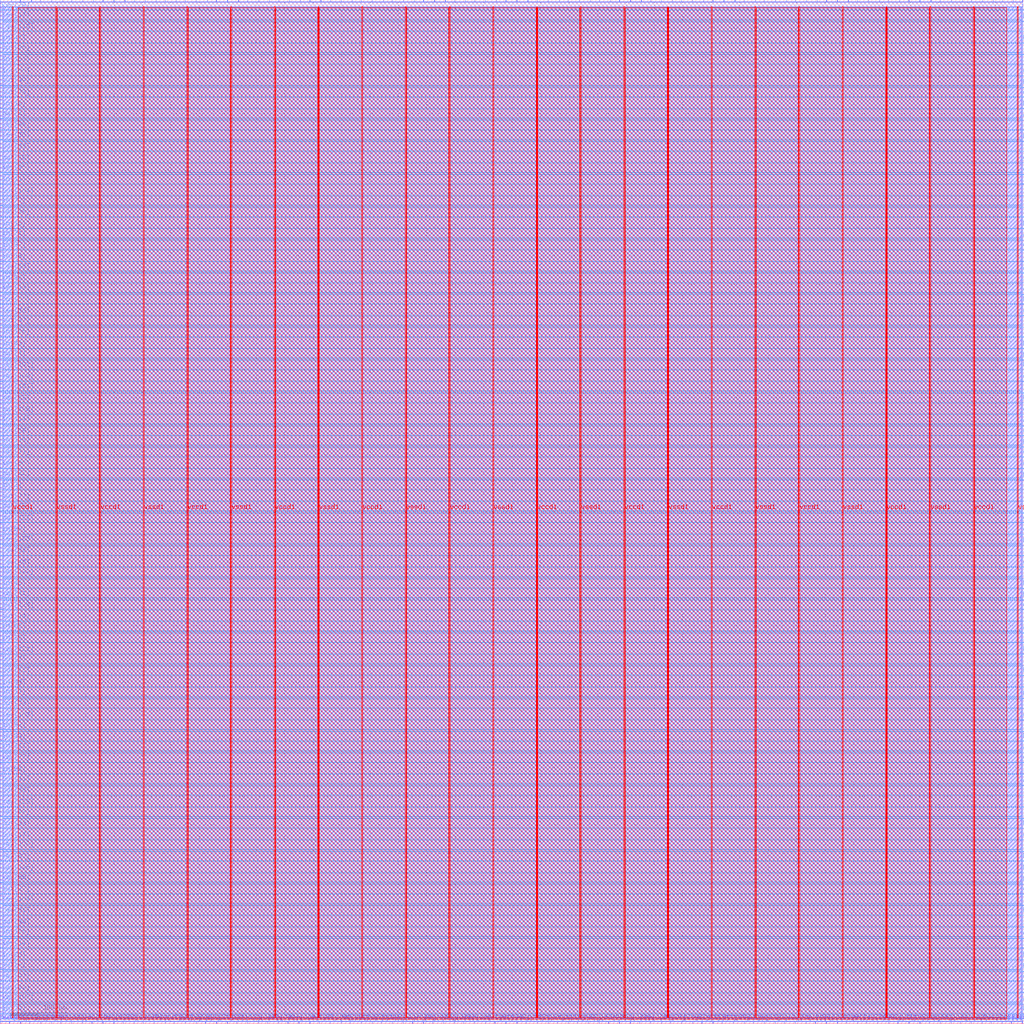
<source format=lef>
VERSION 5.7 ;
  NOWIREEXTENSIONATPIN ON ;
  DIVIDERCHAR "/" ;
  BUSBITCHARS "[]" ;
MACRO decrypt_aes128
  CLASS BLOCK ;
  FOREIGN decrypt_aes128 ;
  ORIGIN 0.000 0.000 ;
  SIZE 1800.000 BY 1800.000 ;
  PIN clk
    DIRECTION INPUT ;
    USE SIGNAL ;
    PORT
      LAYER met3 ;
        RECT 1796.000 1492.640 1799.000 1493.240 ;
    END
  END clk
  PIN decReset
    DIRECTION INPUT ;
    USE SIGNAL ;
    PORT
      LAYER met2 ;
        RECT 1706.690 1.000 1706.970 4.000 ;
    END
  END decReset
  PIN in[0]
    DIRECTION INPUT ;
    USE SIGNAL ;
    PORT
      LAYER met3 ;
        RECT 1796.000 170.040 1799.000 170.640 ;
    END
  END in[0]
  PIN in[100]
    DIRECTION INPUT ;
    USE SIGNAL ;
    PORT
      LAYER met3 ;
        RECT 1.000 1666.040 4.000 1666.640 ;
    END
  END in[100]
  PIN in[101]
    DIRECTION INPUT ;
    USE SIGNAL ;
    PORT
      LAYER met3 ;
        RECT 1.000 1686.440 4.000 1687.040 ;
    END
  END in[101]
  PIN in[102]
    DIRECTION INPUT ;
    USE SIGNAL ;
    PORT
      LAYER met2 ;
        RECT 1452.310 1.000 1452.590 4.000 ;
    END
  END in[102]
  PIN in[103]
    DIRECTION INPUT ;
    USE SIGNAL ;
    PORT
      LAYER met3 ;
        RECT 1796.000 360.440 1799.000 361.040 ;
    END
  END in[103]
  PIN in[104]
    DIRECTION INPUT ;
    USE SIGNAL ;
    PORT
      LAYER met2 ;
        RECT 927.450 1796.000 927.730 1799.000 ;
    END
  END in[104]
  PIN in[105]
    DIRECTION INPUT ;
    USE SIGNAL ;
    PORT
      LAYER met3 ;
        RECT 1.000 153.040 4.000 153.640 ;
    END
  END in[105]
  PIN in[106]
    DIRECTION INPUT ;
    USE SIGNAL ;
    PORT
      LAYER met3 ;
        RECT 1.000 1207.040 4.000 1207.640 ;
    END
  END in[106]
  PIN in[107]
    DIRECTION INPUT ;
    USE SIGNAL ;
    PORT
      LAYER met2 ;
        RECT 743.910 1796.000 744.190 1799.000 ;
    END
  END in[107]
  PIN in[108]
    DIRECTION INPUT ;
    USE SIGNAL ;
    PORT
      LAYER met2 ;
        RECT 1072.350 1796.000 1072.630 1799.000 ;
    END
  END in[108]
  PIN in[109]
    DIRECTION INPUT ;
    USE SIGNAL ;
    PORT
      LAYER met2 ;
        RECT 1236.570 1796.000 1236.850 1799.000 ;
    END
  END in[109]
  PIN in[10]
    DIRECTION INPUT ;
    USE SIGNAL ;
    PORT
      LAYER met2 ;
        RECT 434.790 1796.000 435.070 1799.000 ;
    END
  END in[10]
  PIN in[110]
    DIRECTION INPUT ;
    USE SIGNAL ;
    PORT
      LAYER met2 ;
        RECT 1597.210 1796.000 1597.490 1799.000 ;
    END
  END in[110]
  PIN in[111]
    DIRECTION INPUT ;
    USE SIGNAL ;
    PORT
      LAYER met3 ;
        RECT 1.000 479.440 4.000 480.040 ;
    END
  END in[111]
  PIN in[112]
    DIRECTION INPUT ;
    USE SIGNAL ;
    PORT
      LAYER met2 ;
        RECT 1761.430 1.000 1761.710 4.000 ;
    END
  END in[112]
  PIN in[113]
    DIRECTION INPUT ;
    USE SIGNAL ;
    PORT
      LAYER met2 ;
        RECT 399.370 1.000 399.650 4.000 ;
    END
  END in[113]
  PIN in[114]
    DIRECTION INPUT ;
    USE SIGNAL ;
    PORT
      LAYER met3 ;
        RECT 1.000 1054.040 4.000 1054.640 ;
    END
  END in[114]
  PIN in[115]
    DIRECTION INPUT ;
    USE SIGNAL ;
    PORT
      LAYER met3 ;
        RECT 1.000 1016.640 4.000 1017.240 ;
    END
  END in[115]
  PIN in[116]
    DIRECTION INPUT ;
    USE SIGNAL ;
    PORT
      LAYER met2 ;
        RECT 1342.830 1796.000 1343.110 1799.000 ;
    END
  END in[116]
  PIN in[117]
    DIRECTION INPUT ;
    USE SIGNAL ;
    PORT
      LAYER met3 ;
        RECT 1796.000 1703.440 1799.000 1704.040 ;
    END
  END in[117]
  PIN in[118]
    DIRECTION INPUT ;
    USE SIGNAL ;
    PORT
      LAYER met2 ;
        RECT 325.310 1796.000 325.590 1799.000 ;
    END
  END in[118]
  PIN in[119]
    DIRECTION INPUT ;
    USE SIGNAL ;
    PORT
      LAYER met3 ;
        RECT 1796.000 513.440 1799.000 514.040 ;
    END
  END in[119]
  PIN in[11]
    DIRECTION INPUT ;
    USE SIGNAL ;
    PORT
      LAYER met3 ;
        RECT 1.000 1475.640 4.000 1476.240 ;
    END
  END in[11]
  PIN in[120]
    DIRECTION INPUT ;
    USE SIGNAL ;
    PORT
      LAYER met3 ;
        RECT 1796.000 1108.440 1799.000 1109.040 ;
    END
  END in[120]
  PIN in[121]
    DIRECTION INPUT ;
    USE SIGNAL ;
    PORT
      LAYER met2 ;
        RECT 1362.150 1.000 1362.430 4.000 ;
    END
  END in[121]
  PIN in[122]
    DIRECTION INPUT ;
    USE SIGNAL ;
    PORT
      LAYER met2 ;
        RECT 653.750 1.000 654.030 4.000 ;
    END
  END in[122]
  PIN in[123]
    DIRECTION INPUT ;
    USE SIGNAL ;
    PORT
      LAYER met2 ;
        RECT 599.010 1796.000 599.290 1799.000 ;
    END
  END in[123]
  PIN in[124]
    DIRECTION INPUT ;
    USE SIGNAL ;
    PORT
      LAYER met3 ;
        RECT 1796.000 897.640 1799.000 898.240 ;
    END
  END in[124]
  PIN in[125]
    DIRECTION INPUT ;
    USE SIGNAL ;
    PORT
      LAYER met2 ;
        RECT 1233.350 1.000 1233.630 4.000 ;
    END
  END in[125]
  PIN in[126]
    DIRECTION INPUT ;
    USE SIGNAL ;
    PORT
      LAYER met3 ;
        RECT 1796.000 1302.240 1799.000 1302.840 ;
    END
  END in[126]
  PIN in[127]
    DIRECTION INPUT ;
    USE SIGNAL ;
    PORT
      LAYER met3 ;
        RECT 1796.000 1339.640 1799.000 1340.240 ;
    END
  END in[127]
  PIN in[12]
    DIRECTION INPUT ;
    USE SIGNAL ;
    PORT
      LAYER met2 ;
        RECT 415.470 1.000 415.750 4.000 ;
    END
  END in[12]
  PIN in[13]
    DIRECTION INPUT ;
    USE SIGNAL ;
    PORT
      LAYER met3 ;
        RECT 1796.000 938.440 1799.000 939.040 ;
    END
  END in[13]
  PIN in[14]
    DIRECTION INPUT ;
    USE SIGNAL ;
    PORT
      LAYER met2 ;
        RECT 106.350 1.000 106.630 4.000 ;
    END
  END in[14]
  PIN in[15]
    DIRECTION INPUT ;
    USE SIGNAL ;
    PORT
      LAYER met3 ;
        RECT 1.000 1397.440 4.000 1398.040 ;
    END
  END in[15]
  PIN in[16]
    DIRECTION INPUT ;
    USE SIGNAL ;
    PORT
      LAYER met3 ;
        RECT 1.000 1339.640 4.000 1340.240 ;
    END
  END in[16]
  PIN in[17]
    DIRECTION INPUT ;
    USE SIGNAL ;
    PORT
      LAYER met3 ;
        RECT 1.000 574.640 4.000 575.240 ;
    END
  END in[17]
  PIN in[18]
    DIRECTION INPUT ;
    USE SIGNAL ;
    PORT
      LAYER met3 ;
        RECT 1.000 1608.240 4.000 1608.840 ;
    END
  END in[18]
  PIN in[19]
    DIRECTION INPUT ;
    USE SIGNAL ;
    PORT
      LAYER met2 ;
        RECT 1726.010 1796.000 1726.290 1799.000 ;
    END
  END in[19]
  PIN in[1]
    DIRECTION INPUT ;
    USE SIGNAL ;
    PORT
      LAYER met3 ;
        RECT 1796.000 554.240 1799.000 554.840 ;
    END
  END in[1]
  PIN in[20]
    DIRECTION INPUT ;
    USE SIGNAL ;
    PORT
      LAYER met2 ;
        RECT 1162.510 1.000 1162.790 4.000 ;
    END
  END in[20]
  PIN in[21]
    DIRECTION INPUT ;
    USE SIGNAL ;
    PORT
      LAYER met3 ;
        RECT 1796.000 1207.040 1799.000 1207.640 ;
    END
  END in[21]
  PIN in[22]
    DIRECTION INPUT ;
    USE SIGNAL ;
    PORT
      LAYER met2 ;
        RECT 924.230 1.000 924.510 4.000 ;
    END
  END in[22]
  PIN in[23]
    DIRECTION INPUT ;
    USE SIGNAL ;
    PORT
      LAYER met3 ;
        RECT 1796.000 1781.640 1799.000 1782.240 ;
    END
  END in[23]
  PIN in[24]
    DIRECTION INPUT ;
    USE SIGNAL ;
    PORT
      LAYER met2 ;
        RECT 1252.670 1796.000 1252.950 1799.000 ;
    END
  END in[24]
  PIN in[25]
    DIRECTION INPUT ;
    USE SIGNAL ;
    PORT
      LAYER met2 ;
        RECT 19.410 1796.000 19.690 1799.000 ;
    END
  END in[25]
  PIN in[26]
    DIRECTION INPUT ;
    USE SIGNAL ;
    PORT
      LAYER met3 ;
        RECT 1.000 112.240 4.000 112.840 ;
    END
  END in[26]
  PIN in[27]
    DIRECTION INPUT ;
    USE SIGNAL ;
    PORT
      LAYER met3 ;
        RECT 1796.000 707.240 1799.000 707.840 ;
    END
  END in[27]
  PIN in[28]
    DIRECTION INPUT ;
    USE SIGNAL ;
    PORT
      LAYER met3 ;
        RECT 1796.000 438.640 1799.000 439.240 ;
    END
  END in[28]
  PIN in[29]
    DIRECTION INPUT ;
    USE SIGNAL ;
    PORT
      LAYER met2 ;
        RECT 161.090 1.000 161.370 4.000 ;
    END
  END in[29]
  PIN in[2]
    DIRECTION INPUT ;
    USE SIGNAL ;
    PORT
      LAYER met3 ;
        RECT 1.000 938.440 4.000 939.040 ;
    END
  END in[2]
  PIN in[30]
    DIRECTION INPUT ;
    USE SIGNAL ;
    PORT
      LAYER met3 ;
        RECT 1.000 17.040 4.000 17.640 ;
    END
  END in[30]
  PIN in[31]
    DIRECTION INPUT ;
    USE SIGNAL ;
    PORT
      LAYER met2 ;
        RECT 109.570 1796.000 109.850 1799.000 ;
    END
  END in[31]
  PIN in[32]
    DIRECTION INPUT ;
    USE SIGNAL ;
    PORT
      LAYER met3 ;
        RECT 1796.000 1533.440 1799.000 1534.040 ;
    END
  END in[32]
  PIN in[33]
    DIRECTION INPUT ;
    USE SIGNAL ;
    PORT
      LAYER met2 ;
        RECT 1088.450 1796.000 1088.730 1799.000 ;
    END
  END in[33]
  PIN in[34]
    DIRECTION INPUT ;
    USE SIGNAL ;
    PORT
      LAYER met2 ;
        RECT 634.430 1796.000 634.710 1799.000 ;
    END
  END in[34]
  PIN in[35]
    DIRECTION INPUT ;
    USE SIGNAL ;
    PORT
      LAYER met3 ;
        RECT 1.000 669.840 4.000 670.440 ;
    END
  END in[35]
  PIN in[36]
    DIRECTION INPUT ;
    USE SIGNAL ;
    PORT
      LAYER met3 ;
        RECT 1796.000 401.240 1799.000 401.840 ;
    END
  END in[36]
  PIN in[37]
    DIRECTION INPUT ;
    USE SIGNAL ;
    PORT
      LAYER met3 ;
        RECT 1796.000 782.040 1799.000 782.640 ;
    END
  END in[37]
  PIN in[38]
    DIRECTION INPUT ;
    USE SIGNAL ;
    PORT
      LAYER met3 ;
        RECT 1796.000 918.040 1799.000 918.640 ;
    END
  END in[38]
  PIN in[39]
    DIRECTION INPUT ;
    USE SIGNAL ;
    PORT
      LAYER met2 ;
        RECT 1107.770 1.000 1108.050 4.000 ;
    END
  END in[39]
  PIN in[3]
    DIRECTION INPUT ;
    USE SIGNAL ;
    PORT
      LAYER met3 ;
        RECT 1796.000 380.840 1799.000 381.440 ;
    END
  END in[3]
  PIN in[40]
    DIRECTION INPUT ;
    USE SIGNAL ;
    PORT
      LAYER met3 ;
        RECT 1.000 765.040 4.000 765.640 ;
    END
  END in[40]
  PIN in[41]
    DIRECTION INPUT ;
    USE SIGNAL ;
    PORT
      LAYER met2 ;
        RECT 454.110 1796.000 454.390 1799.000 ;
    END
  END in[41]
  PIN in[42]
    DIRECTION INPUT ;
    USE SIGNAL ;
    PORT
      LAYER met2 ;
        RECT 1523.150 1.000 1523.430 4.000 ;
    END
  END in[42]
  PIN in[43]
    DIRECTION INPUT ;
    USE SIGNAL ;
    PORT
      LAYER met3 ;
        RECT 1.000 1186.640 4.000 1187.240 ;
    END
  END in[43]
  PIN in[44]
    DIRECTION INPUT ;
    USE SIGNAL ;
    PORT
      LAYER met2 ;
        RECT 1252.670 1.000 1252.950 4.000 ;
    END
  END in[44]
  PIN in[45]
    DIRECTION INPUT ;
    USE SIGNAL ;
    PORT
      LAYER met2 ;
        RECT 1127.090 1796.000 1127.370 1799.000 ;
    END
  END in[45]
  PIN in[46]
    DIRECTION INPUT ;
    USE SIGNAL ;
    PORT
      LAYER met2 ;
        RECT 489.530 1796.000 489.810 1799.000 ;
    END
  END in[46]
  PIN in[47]
    DIRECTION INPUT ;
    USE SIGNAL ;
    PORT
      LAYER met3 ;
        RECT 1.000 1723.840 4.000 1724.440 ;
    END
  END in[47]
  PIN in[48]
    DIRECTION INPUT ;
    USE SIGNAL ;
    PORT
      LAYER met2 ;
        RECT 1053.030 1796.000 1053.310 1799.000 ;
    END
  END in[48]
  PIN in[49]
    DIRECTION INPUT ;
    USE SIGNAL ;
    PORT
      LAYER met2 ;
        RECT 888.810 1.000 889.090 4.000 ;
    END
  END in[49]
  PIN in[4]
    DIRECTION INPUT ;
    USE SIGNAL ;
    PORT
      LAYER met3 ;
        RECT 1796.000 207.440 1799.000 208.040 ;
    END
  END in[4]
  PIN in[50]
    DIRECTION INPUT ;
    USE SIGNAL ;
    PORT
      LAYER met2 ;
        RECT 782.550 1796.000 782.830 1799.000 ;
    END
  END in[50]
  PIN in[51]
    DIRECTION INPUT ;
    USE SIGNAL ;
    PORT
      LAYER met2 ;
        RECT 760.010 1.000 760.290 4.000 ;
    END
  END in[51]
  PIN in[52]
    DIRECTION INPUT ;
    USE SIGNAL ;
    PORT
      LAYER met3 ;
        RECT 1.000 516.840 4.000 517.440 ;
    END
  END in[52]
  PIN in[53]
    DIRECTION INPUT ;
    USE SIGNAL ;
    PORT
      LAYER met2 ;
        RECT 708.490 1796.000 708.770 1799.000 ;
    END
  END in[53]
  PIN in[54]
    DIRECTION INPUT ;
    USE SIGNAL ;
    PORT
      LAYER met2 ;
        RECT 1162.510 1796.000 1162.790 1799.000 ;
    END
  END in[54]
  PIN in[55]
    DIRECTION INPUT ;
    USE SIGNAL ;
    PORT
      LAYER met3 ;
        RECT 1796.000 1455.240 1799.000 1455.840 ;
    END
  END in[55]
  PIN in[56]
    DIRECTION INPUT ;
    USE SIGNAL ;
    PORT
      LAYER met2 ;
        RECT 199.730 1.000 200.010 4.000 ;
    END
  END in[56]
  PIN in[57]
    DIRECTION INPUT ;
    USE SIGNAL ;
    PORT
      LAYER met2 ;
        RECT 1014.390 1.000 1014.670 4.000 ;
    END
  END in[57]
  PIN in[58]
    DIRECTION INPUT ;
    USE SIGNAL ;
    PORT
      LAYER met3 ;
        RECT 1796.000 1686.440 1799.000 1687.040 ;
    END
  END in[58]
  PIN in[59]
    DIRECTION INPUT ;
    USE SIGNAL ;
    PORT
      LAYER met2 ;
        RECT 380.050 1796.000 380.330 1799.000 ;
    END
  END in[59]
  PIN in[5]
    DIRECTION INPUT ;
    USE SIGNAL ;
    PORT
      LAYER met2 ;
        RECT 1671.270 1796.000 1671.550 1799.000 ;
    END
  END in[5]
  PIN in[60]
    DIRECTION INPUT ;
    USE SIGNAL ;
    PORT
      LAYER met3 ;
        RECT 1.000 860.240 4.000 860.840 ;
    END
  END in[60]
  PIN in[61]
    DIRECTION INPUT ;
    USE SIGNAL ;
    PORT
      LAYER met3 ;
        RECT 1796.000 1475.640 1799.000 1476.240 ;
    END
  END in[61]
  PIN in[62]
    DIRECTION INPUT ;
    USE SIGNAL ;
    PORT
      LAYER met3 ;
        RECT 1.000 690.240 4.000 690.840 ;
    END
  END in[62]
  PIN in[63]
    DIRECTION INPUT ;
    USE SIGNAL ;
    PORT
      LAYER met2 ;
        RECT 853.390 1796.000 853.670 1799.000 ;
    END
  END in[63]
  PIN in[64]
    DIRECTION INPUT ;
    USE SIGNAL ;
    PORT
      LAYER met3 ;
        RECT 1796.000 302.640 1799.000 303.240 ;
    END
  END in[64]
  PIN in[65]
    DIRECTION INPUT ;
    USE SIGNAL ;
    PORT
      LAYER met3 ;
        RECT 1796.000 629.040 1799.000 629.640 ;
    END
  END in[65]
  PIN in[66]
    DIRECTION INPUT ;
    USE SIGNAL ;
    PORT
      LAYER met2 ;
        RECT 1632.630 1.000 1632.910 4.000 ;
    END
  END in[66]
  PIN in[67]
    DIRECTION INPUT ;
    USE SIGNAL ;
    PORT
      LAYER met3 ;
        RECT 1796.000 1570.840 1799.000 1571.440 ;
    END
  END in[67]
  PIN in[68]
    DIRECTION INPUT ;
    USE SIGNAL ;
    PORT
      LAYER met3 ;
        RECT 1.000 438.640 4.000 439.240 ;
    END
  END in[68]
  PIN in[69]
    DIRECTION INPUT ;
    USE SIGNAL ;
    PORT
      LAYER met2 ;
        RECT 144.990 1796.000 145.270 1799.000 ;
    END
  END in[69]
  PIN in[6]
    DIRECTION INPUT ;
    USE SIGNAL ;
    PORT
      LAYER met2 ;
        RECT 473.430 1796.000 473.710 1799.000 ;
    END
  END in[6]
  PIN in[70]
    DIRECTION INPUT ;
    USE SIGNAL ;
    PORT
      LAYER met3 ;
        RECT 1796.000 132.640 1799.000 133.240 ;
    END
  END in[70]
  PIN in[71]
    DIRECTION INPUT ;
    USE SIGNAL ;
    PORT
      LAYER met3 ;
        RECT 1.000 1380.440 4.000 1381.040 ;
    END
  END in[71]
  PIN in[72]
    DIRECTION INPUT ;
    USE SIGNAL ;
    PORT
      LAYER met3 ;
        RECT 1.000 1438.240 4.000 1438.840 ;
    END
  END in[72]
  PIN in[73]
    DIRECTION INPUT ;
    USE SIGNAL ;
    PORT
      LAYER met3 ;
        RECT 1796.000 1434.840 1799.000 1435.440 ;
    END
  END in[73]
  PIN in[74]
    DIRECTION INPUT ;
    USE SIGNAL ;
    PORT
      LAYER met3 ;
        RECT 1796.000 822.840 1799.000 823.440 ;
    END
  END in[74]
  PIN in[75]
    DIRECTION INPUT ;
    USE SIGNAL ;
    PORT
      LAYER met3 ;
        RECT 1796.000 1417.840 1799.000 1418.440 ;
    END
  END in[75]
  PIN in[76]
    DIRECTION INPUT ;
    USE SIGNAL ;
    PORT
      LAYER met3 ;
        RECT 1796.000 1224.040 1799.000 1224.640 ;
    END
  END in[76]
  PIN in[77]
    DIRECTION INPUT ;
    USE SIGNAL ;
    PORT
      LAYER met2 ;
        RECT 70.930 1796.000 71.210 1799.000 ;
    END
  END in[77]
  PIN in[78]
    DIRECTION INPUT ;
    USE SIGNAL ;
    PORT
      LAYER met3 ;
        RECT 1796.000 54.440 1799.000 55.040 ;
    END
  END in[78]
  PIN in[79]
    DIRECTION INPUT ;
    USE SIGNAL ;
    PORT
      LAYER met2 ;
        RECT 289.890 1796.000 290.170 1799.000 ;
    END
  END in[79]
  PIN in[7]
    DIRECTION INPUT ;
    USE SIGNAL ;
    PORT
      LAYER met2 ;
        RECT 834.070 1796.000 834.350 1799.000 ;
    END
  END in[7]
  PIN in[80]
    DIRECTION INPUT ;
    USE SIGNAL ;
    PORT
      LAYER met2 ;
        RECT 1780.750 1796.000 1781.030 1799.000 ;
    END
  END in[80]
  PIN in[81]
    DIRECTION INPUT ;
    USE SIGNAL ;
    PORT
      LAYER met3 ;
        RECT 1796.000 591.640 1799.000 592.240 ;
    END
  END in[81]
  PIN in[82]
    DIRECTION INPUT ;
    USE SIGNAL ;
    PORT
      LAYER met2 ;
        RECT 798.650 1.000 798.930 4.000 ;
    END
  END in[82]
  PIN in[83]
    DIRECTION INPUT ;
    USE SIGNAL ;
    PORT
      LAYER met3 ;
        RECT 1.000 496.440 4.000 497.040 ;
    END
  END in[83]
  PIN in[84]
    DIRECTION INPUT ;
    USE SIGNAL ;
    PORT
      LAYER met2 ;
        RECT 1143.190 1.000 1143.470 4.000 ;
    END
  END in[84]
  PIN in[85]
    DIRECTION INPUT ;
    USE SIGNAL ;
    PORT
      LAYER met2 ;
        RECT 1069.130 1.000 1069.410 4.000 ;
    END
  END in[85]
  PIN in[86]
    DIRECTION INPUT ;
    USE SIGNAL ;
    PORT
      LAYER met2 ;
        RECT 454.110 1.000 454.390 4.000 ;
    END
  END in[86]
  PIN in[87]
    DIRECTION INPUT ;
    USE SIGNAL ;
    PORT
      LAYER met3 ;
        RECT 1.000 1360.040 4.000 1360.640 ;
    END
  END in[87]
  PIN in[88]
    DIRECTION INPUT ;
    USE SIGNAL ;
    PORT
      LAYER met2 ;
        RECT 344.630 1.000 344.910 4.000 ;
    END
  END in[88]
  PIN in[89]
    DIRECTION INPUT ;
    USE SIGNAL ;
    PORT
      LAYER met2 ;
        RECT 219.050 1796.000 219.330 1799.000 ;
    END
  END in[89]
  PIN in[8]
    DIRECTION INPUT ;
    USE SIGNAL ;
    PORT
      LAYER met2 ;
        RECT 524.950 1.000 525.230 4.000 ;
    END
  END in[8]
  PIN in[90]
    DIRECTION INPUT ;
    USE SIGNAL ;
    PORT
      LAYER met2 ;
        RECT 724.590 1.000 724.870 4.000 ;
    END
  END in[90]
  PIN in[91]
    DIRECTION INPUT ;
    USE SIGNAL ;
    PORT
      LAYER met2 ;
        RECT 579.690 1.000 579.970 4.000 ;
    END
  END in[91]
  PIN in[92]
    DIRECTION INPUT ;
    USE SIGNAL ;
    PORT
      LAYER met2 ;
        RECT 251.250 1.000 251.530 4.000 ;
    END
  END in[92]
  PIN in[93]
    DIRECTION INPUT ;
    USE SIGNAL ;
    PORT
      LAYER met2 ;
        RECT 1542.470 1.000 1542.750 4.000 ;
    END
  END in[93]
  PIN in[94]
    DIRECTION INPUT ;
    USE SIGNAL ;
    PORT
      LAYER met2 ;
        RECT 489.530 1.000 489.810 4.000 ;
    END
  END in[94]
  PIN in[95]
    DIRECTION INPUT ;
    USE SIGNAL ;
    PORT
      LAYER met2 ;
        RECT 35.510 1796.000 35.790 1799.000 ;
    END
  END in[95]
  PIN in[96]
    DIRECTION INPUT ;
    USE SIGNAL ;
    PORT
      LAYER met3 ;
        RECT 1.000 1302.240 4.000 1302.840 ;
    END
  END in[96]
  PIN in[97]
    DIRECTION INPUT ;
    USE SIGNAL ;
    PORT
      LAYER met2 ;
        RECT 563.590 1796.000 563.870 1799.000 ;
    END
  END in[97]
  PIN in[98]
    DIRECTION INPUT ;
    USE SIGNAL ;
    PORT
      LAYER met3 ;
        RECT 1.000 591.640 4.000 592.240 ;
    END
  END in[98]
  PIN in[99]
    DIRECTION INPUT ;
    USE SIGNAL ;
    PORT
      LAYER met3 ;
        RECT 1796.000 1744.240 1799.000 1744.840 ;
    END
  END in[99]
  PIN in[9]
    DIRECTION INPUT ;
    USE SIGNAL ;
    PORT
      LAYER met3 ;
        RECT 1796.000 669.840 1799.000 670.440 ;
    END
  END in[9]
  PIN key[0]
    DIRECTION INPUT ;
    USE SIGNAL ;
    PORT
      LAYER met2 ;
        RECT 708.490 1.000 708.770 4.000 ;
    END
  END key[0]
  PIN key[100]
    DIRECTION INPUT ;
    USE SIGNAL ;
    PORT
      LAYER met3 ;
        RECT 1796.000 265.240 1799.000 265.840 ;
    END
  END key[100]
  PIN key[101]
    DIRECTION INPUT ;
    USE SIGNAL ;
    PORT
      LAYER met3 ;
        RECT 1.000 1149.240 4.000 1149.840 ;
    END
  END key[101]
  PIN key[102]
    DIRECTION INPUT ;
    USE SIGNAL ;
    PORT
      LAYER met3 ;
        RECT 1796.000 190.440 1799.000 191.040 ;
    END
  END key[102]
  PIN key[103]
    DIRECTION INPUT ;
    USE SIGNAL ;
    PORT
      LAYER met3 ;
        RECT 1.000 533.840 4.000 534.440 ;
    END
  END key[103]
  PIN key[104]
    DIRECTION INPUT ;
    USE SIGNAL ;
    PORT
      LAYER met3 ;
        RECT 1.000 210.840 4.000 211.440 ;
    END
  END key[104]
  PIN key[105]
    DIRECTION INPUT ;
    USE SIGNAL ;
    PORT
      LAYER met2 ;
        RECT 1597.210 1.000 1597.490 4.000 ;
    END
  END key[105]
  PIN key[106]
    DIRECTION INPUT ;
    USE SIGNAL ;
    PORT
      LAYER met2 ;
        RECT 560.370 1.000 560.650 4.000 ;
    END
  END key[106]
  PIN key[107]
    DIRECTION INPUT ;
    USE SIGNAL ;
    PORT
      LAYER met3 ;
        RECT 1.000 37.440 4.000 38.040 ;
    END
  END key[107]
  PIN key[108]
    DIRECTION INPUT ;
    USE SIGNAL ;
    PORT
      LAYER met3 ;
        RECT 1.000 1128.840 4.000 1129.440 ;
    END
  END key[108]
  PIN key[109]
    DIRECTION INPUT ;
    USE SIGNAL ;
    PORT
      LAYER met2 ;
        RECT 180.410 1796.000 180.690 1799.000 ;
    END
  END key[109]
  PIN key[10]
    DIRECTION INPUT ;
    USE SIGNAL ;
    PORT
      LAYER met2 ;
        RECT 814.750 1.000 815.030 4.000 ;
    END
  END key[10]
  PIN key[110]
    DIRECTION INPUT ;
    USE SIGNAL ;
    PORT
      LAYER met3 ;
        RECT 1.000 1744.240 4.000 1744.840 ;
    END
  END key[110]
  PIN key[111]
    DIRECTION INPUT ;
    USE SIGNAL ;
    PORT
      LAYER met2 ;
        RECT 1017.610 1796.000 1017.890 1799.000 ;
    END
  END key[111]
  PIN key[112]
    DIRECTION INPUT ;
    USE SIGNAL ;
    PORT
      LAYER met2 ;
        RECT 1107.770 1796.000 1108.050 1799.000 ;
    END
  END key[112]
  PIN key[113]
    DIRECTION INPUT ;
    USE SIGNAL ;
    PORT
      LAYER met3 ;
        RECT 1796.000 1608.240 1799.000 1608.840 ;
    END
  END key[113]
  PIN key[114]
    DIRECTION INPUT ;
    USE SIGNAL ;
    PORT
      LAYER met2 ;
        RECT 54.830 1796.000 55.110 1799.000 ;
    END
  END key[114]
  PIN key[115]
    DIRECTION INPUT ;
    USE SIGNAL ;
    PORT
      LAYER met2 ;
        RECT 1561.790 1796.000 1562.070 1799.000 ;
    END
  END key[115]
  PIN key[116]
    DIRECTION INPUT ;
    USE SIGNAL ;
    PORT
      LAYER met3 ;
        RECT 1796.000 612.040 1799.000 612.640 ;
    END
  END key[116]
  PIN key[117]
    DIRECTION INPUT ;
    USE SIGNAL ;
    PORT
      LAYER met3 ;
        RECT 1796.000 649.440 1799.000 650.040 ;
    END
  END key[117]
  PIN key[118]
    DIRECTION INPUT ;
    USE SIGNAL ;
    PORT
      LAYER met2 ;
        RECT 1123.870 1.000 1124.150 4.000 ;
    END
  END key[118]
  PIN key[119]
    DIRECTION INPUT ;
    USE SIGNAL ;
    PORT
      LAYER met2 ;
        RECT 505.630 1.000 505.910 4.000 ;
    END
  END key[119]
  PIN key[11]
    DIRECTION INPUT ;
    USE SIGNAL ;
    PORT
      LAYER met2 ;
        RECT 599.010 1.000 599.290 4.000 ;
    END
  END key[11]
  PIN key[120]
    DIRECTION INPUT ;
    USE SIGNAL ;
    PORT
      LAYER met3 ;
        RECT 1.000 306.040 4.000 306.640 ;
    END
  END key[120]
  PIN key[121]
    DIRECTION INPUT ;
    USE SIGNAL ;
    PORT
      LAYER met3 ;
        RECT 1.000 649.440 4.000 650.040 ;
    END
  END key[121]
  PIN key[122]
    DIRECTION INPUT ;
    USE SIGNAL ;
    PORT
      LAYER met3 ;
        RECT 1.000 785.440 4.000 786.040 ;
    END
  END key[122]
  PIN key[123]
    DIRECTION INPUT ;
    USE SIGNAL ;
    PORT
      LAYER met3 ;
        RECT 1.000 843.240 4.000 843.840 ;
    END
  END key[123]
  PIN key[124]
    DIRECTION INPUT ;
    USE SIGNAL ;
    PORT
      LAYER met3 ;
        RECT 1796.000 1166.240 1799.000 1166.840 ;
    END
  END key[124]
  PIN key[125]
    DIRECTION INPUT ;
    USE SIGNAL ;
    PORT
      LAYER met3 ;
        RECT 1.000 380.840 4.000 381.440 ;
    END
  END key[125]
  PIN key[126]
    DIRECTION INPUT ;
    USE SIGNAL ;
    PORT
      LAYER met3 ;
        RECT 1.000 265.240 4.000 265.840 ;
    END
  END key[126]
  PIN key[127]
    DIRECTION INPUT ;
    USE SIGNAL ;
    PORT
      LAYER met2 ;
        RECT 125.670 1796.000 125.950 1799.000 ;
    END
  END key[127]
  PIN key[12]
    DIRECTION INPUT ;
    USE SIGNAL ;
    PORT
      LAYER met3 ;
        RECT 1.000 1285.240 4.000 1285.840 ;
    END
  END key[12]
  PIN key[13]
    DIRECTION INPUT ;
    USE SIGNAL ;
    PORT
      LAYER met2 ;
        RECT 1416.890 1796.000 1417.170 1799.000 ;
    END
  END key[13]
  PIN key[14]
    DIRECTION INPUT ;
    USE SIGNAL ;
    PORT
      LAYER met3 ;
        RECT 1.000 132.640 4.000 133.240 ;
    END
  END key[14]
  PIN key[15]
    DIRECTION INPUT ;
    USE SIGNAL ;
    PORT
      LAYER met3 ;
        RECT 1796.000 285.640 1799.000 286.240 ;
    END
  END key[15]
  PIN key[16]
    DIRECTION INPUT ;
    USE SIGNAL ;
    PORT
      LAYER met2 ;
        RECT 888.810 1796.000 889.090 1799.000 ;
    END
  END key[16]
  PIN key[17]
    DIRECTION INPUT ;
    USE SIGNAL ;
    PORT
      LAYER met3 ;
        RECT 1.000 1764.640 4.000 1765.240 ;
    END
  END key[17]
  PIN key[18]
    DIRECTION INPUT ;
    USE SIGNAL ;
    PORT
      LAYER met2 ;
        RECT 418.690 1796.000 418.970 1799.000 ;
    END
  END key[18]
  PIN key[19]
    DIRECTION INPUT ;
    USE SIGNAL ;
    PORT
      LAYER met3 ;
        RECT 1796.000 1149.240 1799.000 1149.840 ;
    END
  END key[19]
  PIN key[1]
    DIRECTION INPUT ;
    USE SIGNAL ;
    PORT
      LAYER met2 ;
        RECT 689.170 1.000 689.450 4.000 ;
    END
  END key[1]
  PIN key[20]
    DIRECTION INPUT ;
    USE SIGNAL ;
    PORT
      LAYER met2 ;
        RECT 615.110 1.000 615.390 4.000 ;
    END
  END key[20]
  PIN key[21]
    DIRECTION INPUT ;
    USE SIGNAL ;
    PORT
      LAYER met3 ;
        RECT 1796.000 571.240 1799.000 571.840 ;
    END
  END key[21]
  PIN key[22]
    DIRECTION INPUT ;
    USE SIGNAL ;
    PORT
      LAYER met2 ;
        RECT 1687.370 1.000 1687.650 4.000 ;
    END
  END key[22]
  PIN key[23]
    DIRECTION INPUT ;
    USE SIGNAL ;
    PORT
      LAYER met2 ;
        RECT 908.130 1796.000 908.410 1799.000 ;
    END
  END key[23]
  PIN key[24]
    DIRECTION INPUT ;
    USE SIGNAL ;
    PORT
      LAYER met3 ;
        RECT 1796.000 112.240 1799.000 112.840 ;
    END
  END key[24]
  PIN key[25]
    DIRECTION INPUT ;
    USE SIGNAL ;
    PORT
      LAYER met2 ;
        RECT 779.330 1.000 779.610 4.000 ;
    END
  END key[25]
  PIN key[26]
    DIRECTION INPUT ;
    USE SIGNAL ;
    PORT
      LAYER met2 ;
        RECT 1581.110 1796.000 1581.390 1799.000 ;
    END
  END key[26]
  PIN key[27]
    DIRECTION INPUT ;
    USE SIGNAL ;
    PORT
      LAYER met3 ;
        RECT 1796.000 1186.640 1799.000 1187.240 ;
    END
  END key[27]
  PIN key[28]
    DIRECTION INPUT ;
    USE SIGNAL ;
    PORT
      LAYER met2 ;
        RECT 0.090 1796.000 0.370 1799.000 ;
    END
  END key[28]
  PIN key[29]
    DIRECTION INPUT ;
    USE SIGNAL ;
    PORT
      LAYER met3 ;
        RECT 1.000 1781.640 4.000 1782.240 ;
    END
  END key[29]
  PIN key[2]
    DIRECTION INPUT ;
    USE SIGNAL ;
    PORT
      LAYER met2 ;
        RECT 1796.850 1796.000 1797.130 1799.000 ;
    END
  END key[2]
  PIN key[30]
    DIRECTION INPUT ;
    USE SIGNAL ;
    PORT
      LAYER met2 ;
        RECT 1490.950 1796.000 1491.230 1799.000 ;
    END
  END key[30]
  PIN key[31]
    DIRECTION INPUT ;
    USE SIGNAL ;
    PORT
      LAYER met2 ;
        RECT 1561.790 1.000 1562.070 4.000 ;
    END
  END key[31]
  PIN key[32]
    DIRECTION INPUT ;
    USE SIGNAL ;
    PORT
      LAYER met2 ;
        RECT 1526.370 1796.000 1526.650 1799.000 ;
    END
  END key[32]
  PIN key[33]
    DIRECTION INPUT ;
    USE SIGNAL ;
    PORT
      LAYER met3 ;
        RECT 1796.000 1264.840 1799.000 1265.440 ;
    END
  END key[33]
  PIN key[34]
    DIRECTION INPUT ;
    USE SIGNAL ;
    PORT
      LAYER met2 ;
        RECT 90.250 1.000 90.530 4.000 ;
    END
  END key[34]
  PIN key[35]
    DIRECTION INPUT ;
    USE SIGNAL ;
    PORT
      LAYER met3 ;
        RECT 1.000 1553.840 4.000 1554.440 ;
    END
  END key[35]
  PIN key[36]
    DIRECTION INPUT ;
    USE SIGNAL ;
    PORT
      LAYER met3 ;
        RECT 1.000 1244.440 4.000 1245.040 ;
    END
  END key[36]
  PIN key[37]
    DIRECTION INPUT ;
    USE SIGNAL ;
    PORT
      LAYER met2 ;
        RECT 1507.050 1.000 1507.330 4.000 ;
    END
  END key[37]
  PIN key[38]
    DIRECTION INPUT ;
    USE SIGNAL ;
    PORT
      LAYER met3 ;
        RECT 1.000 1417.840 4.000 1418.440 ;
    END
  END key[38]
  PIN key[39]
    DIRECTION INPUT ;
    USE SIGNAL ;
    PORT
      LAYER met2 ;
        RECT 164.310 1796.000 164.590 1799.000 ;
    END
  END key[39]
  PIN key[3]
    DIRECTION INPUT ;
    USE SIGNAL ;
    PORT
      LAYER met2 ;
        RECT 1143.190 1796.000 1143.470 1799.000 ;
    END
  END key[3]
  PIN key[40]
    DIRECTION INPUT ;
    USE SIGNAL ;
    PORT
      LAYER met3 ;
        RECT 1.000 802.440 4.000 803.040 ;
    END
  END key[40]
  PIN key[41]
    DIRECTION INPUT ;
    USE SIGNAL ;
    PORT
      LAYER met3 ;
        RECT 1.000 748.040 4.000 748.640 ;
    END
  END key[41]
  PIN key[42]
    DIRECTION INPUT ;
    USE SIGNAL ;
    PORT
      LAYER met3 ;
        RECT 1.000 54.440 4.000 55.040 ;
    END
  END key[42]
  PIN key[43]
    DIRECTION INPUT ;
    USE SIGNAL ;
    PORT
      LAYER met2 ;
        RECT 817.970 1796.000 818.250 1799.000 ;
    END
  END key[43]
  PIN key[44]
    DIRECTION INPUT ;
    USE SIGNAL ;
    PORT
      LAYER met2 ;
        RECT 908.130 1.000 908.410 4.000 ;
    END
  END key[44]
  PIN key[45]
    DIRECTION INPUT ;
    USE SIGNAL ;
    PORT
      LAYER met3 ;
        RECT 1796.000 1013.240 1799.000 1013.840 ;
    END
  END key[45]
  PIN key[46]
    DIRECTION INPUT ;
    USE SIGNAL ;
    PORT
      LAYER met2 ;
        RECT 834.070 1.000 834.350 4.000 ;
    END
  END key[46]
  PIN key[47]
    DIRECTION INPUT ;
    USE SIGNAL ;
    PORT
      LAYER met3 ;
        RECT 1796.000 244.840 1799.000 245.440 ;
    END
  END key[47]
  PIN key[48]
    DIRECTION INPUT ;
    USE SIGNAL ;
    PORT
      LAYER met2 ;
        RECT 1616.530 1796.000 1616.810 1799.000 ;
    END
  END key[48]
  PIN key[49]
    DIRECTION INPUT ;
    USE SIGNAL ;
    PORT
      LAYER met3 ;
        RECT 1.000 363.840 4.000 364.440 ;
    END
  END key[49]
  PIN key[4]
    DIRECTION INPUT ;
    USE SIGNAL ;
    PORT
      LAYER met2 ;
        RECT 1036.930 1796.000 1037.210 1799.000 ;
    END
  END key[4]
  PIN key[50]
    DIRECTION INPUT ;
    USE SIGNAL ;
    PORT
      LAYER met2 ;
        RECT 1381.470 1796.000 1381.750 1799.000 ;
    END
  END key[50]
  PIN key[51]
    DIRECTION INPUT ;
    USE SIGNAL ;
    PORT
      LAYER met2 ;
        RECT 1690.590 1796.000 1690.870 1799.000 ;
    END
  END key[51]
  PIN key[52]
    DIRECTION INPUT ;
    USE SIGNAL ;
    PORT
      LAYER met2 ;
        RECT 344.630 1796.000 344.910 1799.000 ;
    END
  END key[52]
  PIN key[53]
    DIRECTION INPUT ;
    USE SIGNAL ;
    PORT
      LAYER met2 ;
        RECT 1432.990 1.000 1433.270 4.000 ;
    END
  END key[53]
  PIN key[54]
    DIRECTION INPUT ;
    USE SIGNAL ;
    PORT
      LAYER met2 ;
        RECT 1777.530 1.000 1777.810 4.000 ;
    END
  END key[54]
  PIN key[55]
    DIRECTION INPUT ;
    USE SIGNAL ;
    PORT
      LAYER met3 ;
        RECT 1796.000 343.440 1799.000 344.040 ;
    END
  END key[55]
  PIN key[56]
    DIRECTION INPUT ;
    USE SIGNAL ;
    PORT
      LAYER met3 ;
        RECT 1.000 1570.840 4.000 1571.440 ;
    END
  END key[56]
  PIN key[57]
    DIRECTION INPUT ;
    USE SIGNAL ;
    PORT
      LAYER met2 ;
        RECT 1033.710 1.000 1033.990 4.000 ;
    END
  END key[57]
  PIN key[58]
    DIRECTION INPUT ;
    USE SIGNAL ;
    PORT
      LAYER met3 ;
        RECT 1.000 1322.640 4.000 1323.240 ;
    END
  END key[58]
  PIN key[59]
    DIRECTION INPUT ;
    USE SIGNAL ;
    PORT
      LAYER met3 ;
        RECT 1796.000 496.440 1799.000 497.040 ;
    END
  END key[59]
  PIN key[5]
    DIRECTION INPUT ;
    USE SIGNAL ;
    PORT
      LAYER met2 ;
        RECT 653.750 1796.000 654.030 1799.000 ;
    END
  END key[5]
  PIN key[60]
    DIRECTION INPUT ;
    USE SIGNAL ;
    PORT
      LAYER met3 ;
        RECT 1796.000 839.840 1799.000 840.440 ;
    END
  END key[60]
  PIN key[61]
    DIRECTION INPUT ;
    USE SIGNAL ;
    PORT
      LAYER met2 ;
        RECT 309.210 1796.000 309.490 1799.000 ;
    END
  END key[61]
  PIN key[62]
    DIRECTION INPUT ;
    USE SIGNAL ;
    PORT
      LAYER met3 ;
        RECT 1.000 285.640 4.000 286.240 ;
    END
  END key[62]
  PIN key[63]
    DIRECTION INPUT ;
    USE SIGNAL ;
    PORT
      LAYER met2 ;
        RECT 1217.250 1.000 1217.530 4.000 ;
    END
  END key[63]
  PIN key[64]
    DIRECTION INPUT ;
    USE SIGNAL ;
    PORT
      LAYER met2 ;
        RECT 1471.630 1.000 1471.910 4.000 ;
    END
  END key[64]
  PIN key[65]
    DIRECTION INPUT ;
    USE SIGNAL ;
    PORT
      LAYER met2 ;
        RECT 235.150 1.000 235.430 4.000 ;
    END
  END key[65]
  PIN key[66]
    DIRECTION INPUT ;
    USE SIGNAL ;
    PORT
      LAYER met3 ;
        RECT 1.000 248.240 4.000 248.840 ;
    END
  END key[66]
  PIN key[67]
    DIRECTION INPUT ;
    USE SIGNAL ;
    PORT
      LAYER met2 ;
        RECT 1323.510 1.000 1323.790 4.000 ;
    END
  END key[67]
  PIN key[68]
    DIRECTION INPUT ;
    USE SIGNAL ;
    PORT
      LAYER met3 ;
        RECT 1796.000 17.040 1799.000 17.640 ;
    END
  END key[68]
  PIN key[69]
    DIRECTION INPUT ;
    USE SIGNAL ;
    PORT
      LAYER met3 ;
        RECT 1796.000 765.040 1799.000 765.640 ;
    END
  END key[69]
  PIN key[6]
    DIRECTION INPUT ;
    USE SIGNAL ;
    PORT
      LAYER met3 ;
        RECT 1796.000 1761.240 1799.000 1761.840 ;
    END
  END key[6]
  PIN key[70]
    DIRECTION INPUT ;
    USE SIGNAL ;
    PORT
      LAYER met2 ;
        RECT 962.870 1796.000 963.150 1799.000 ;
    END
  END key[70]
  PIN key[71]
    DIRECTION INPUT ;
    USE SIGNAL ;
    PORT
      LAYER met3 ;
        RECT 1.000 996.240 4.000 996.840 ;
    END
  END key[71]
  PIN key[72]
    DIRECTION INPUT ;
    USE SIGNAL ;
    PORT
      LAYER met2 ;
        RECT 470.210 1.000 470.490 4.000 ;
    END
  END key[72]
  PIN key[73]
    DIRECTION INPUT ;
    USE SIGNAL ;
    PORT
      LAYER met3 ;
        RECT 1796.000 955.440 1799.000 956.040 ;
    END
  END key[73]
  PIN key[74]
    DIRECTION INPUT ;
    USE SIGNAL ;
    PORT
      LAYER met2 ;
        RECT 1487.730 1.000 1488.010 4.000 ;
    END
  END key[74]
  PIN key[75]
    DIRECTION INPUT ;
    USE SIGNAL ;
    PORT
      LAYER met2 ;
        RECT 1436.210 1796.000 1436.490 1799.000 ;
    END
  END key[75]
  PIN key[76]
    DIRECTION INPUT ;
    USE SIGNAL ;
    PORT
      LAYER met2 ;
        RECT 305.990 1.000 306.270 4.000 ;
    END
  END key[76]
  PIN key[77]
    DIRECTION INPUT ;
    USE SIGNAL ;
    PORT
      LAYER met3 ;
        RECT 1.000 459.040 4.000 459.640 ;
    END
  END key[77]
  PIN key[78]
    DIRECTION INPUT ;
    USE SIGNAL ;
    PORT
      LAYER met3 ;
        RECT 1796.000 1550.440 1799.000 1551.040 ;
    END
  END key[78]
  PIN key[79]
    DIRECTION INPUT ;
    USE SIGNAL ;
    PORT
      LAYER met3 ;
        RECT 1796.000 1645.640 1799.000 1646.240 ;
    END
  END key[79]
  PIN key[7]
    DIRECTION INPUT ;
    USE SIGNAL ;
    PORT
      LAYER met3 ;
        RECT 1796.000 1397.440 1799.000 1398.040 ;
    END
  END key[7]
  PIN key[80]
    DIRECTION INPUT ;
    USE SIGNAL ;
    PORT
      LAYER met2 ;
        RECT 998.290 1796.000 998.570 1799.000 ;
    END
  END key[80]
  PIN key[81]
    DIRECTION INPUT ;
    USE SIGNAL ;
    PORT
      LAYER met3 ;
        RECT 1.000 190.440 4.000 191.040 ;
    END
  END key[81]
  PIN key[82]
    DIRECTION INPUT ;
    USE SIGNAL ;
    PORT
      LAYER met3 ;
        RECT 1.000 822.840 4.000 823.440 ;
    END
  END key[82]
  PIN key[83]
    DIRECTION INPUT ;
    USE SIGNAL ;
    PORT
      LAYER met3 ;
        RECT 1.000 1091.440 4.000 1092.040 ;
    END
  END key[83]
  PIN key[84]
    DIRECTION INPUT ;
    USE SIGNAL ;
    PORT
      LAYER met2 ;
        RECT 798.650 1796.000 798.930 1799.000 ;
    END
  END key[84]
  PIN key[85]
    DIRECTION INPUT ;
    USE SIGNAL ;
    PORT
      LAYER met2 ;
        RECT 16.190 1.000 16.470 4.000 ;
    END
  END key[85]
  PIN key[86]
    DIRECTION INPUT ;
    USE SIGNAL ;
    PORT
      LAYER met3 ;
        RECT 1.000 975.840 4.000 976.440 ;
    END
  END key[86]
  PIN key[87]
    DIRECTION INPUT ;
    USE SIGNAL ;
    PORT
      LAYER met2 ;
        RECT 869.490 1.000 869.770 4.000 ;
    END
  END key[87]
  PIN key[88]
    DIRECTION INPUT ;
    USE SIGNAL ;
    PORT
      LAYER met2 ;
        RECT 1742.110 1.000 1742.390 4.000 ;
    END
  END key[88]
  PIN key[89]
    DIRECTION INPUT ;
    USE SIGNAL ;
    PORT
      LAYER met3 ;
        RECT 1796.000 1723.840 1799.000 1724.440 ;
    END
  END key[89]
  PIN key[8]
    DIRECTION INPUT ;
    USE SIGNAL ;
    PORT
      LAYER met3 ;
        RECT 1796.000 91.840 1799.000 92.440 ;
    END
  END key[8]
  PIN key[90]
    DIRECTION INPUT ;
    USE SIGNAL ;
    PORT
      LAYER met2 ;
        RECT 872.710 1796.000 872.990 1799.000 ;
    END
  END key[90]
  PIN key[91]
    DIRECTION INPUT ;
    USE SIGNAL ;
    PORT
      LAYER met2 ;
        RECT 51.610 1.000 51.890 4.000 ;
    END
  END key[91]
  PIN key[92]
    DIRECTION INPUT ;
    USE SIGNAL ;
    PORT
      LAYER met2 ;
        RECT 325.310 1.000 325.590 4.000 ;
    END
  END key[92]
  PIN key[93]
    DIRECTION INPUT ;
    USE SIGNAL ;
    PORT
      LAYER met2 ;
        RECT 743.910 1.000 744.190 4.000 ;
    END
  END key[93]
  PIN key[94]
    DIRECTION INPUT ;
    USE SIGNAL ;
    PORT
      LAYER met2 ;
        RECT 1635.850 1796.000 1636.130 1799.000 ;
    END
  END key[94]
  PIN key[95]
    DIRECTION INPUT ;
    USE SIGNAL ;
    PORT
      LAYER met3 ;
        RECT 1.000 1496.040 4.000 1496.640 ;
    END
  END key[95]
  PIN key[96]
    DIRECTION INPUT ;
    USE SIGNAL ;
    PORT
      LAYER met2 ;
        RECT 634.430 1.000 634.710 4.000 ;
    END
  END key[96]
  PIN key[97]
    DIRECTION INPUT ;
    USE SIGNAL ;
    PORT
      LAYER met3 ;
        RECT 1.000 74.840 4.000 75.440 ;
    END
  END key[97]
  PIN key[98]
    DIRECTION INPUT ;
    USE SIGNAL ;
    PORT
      LAYER met3 ;
        RECT 1796.000 744.640 1799.000 745.240 ;
    END
  END key[98]
  PIN key[99]
    DIRECTION INPUT ;
    USE SIGNAL ;
    PORT
      LAYER met3 ;
        RECT 1796.000 1091.440 1799.000 1092.040 ;
    END
  END key[99]
  PIN key[9]
    DIRECTION INPUT ;
    USE SIGNAL ;
    PORT
      LAYER met2 ;
        RECT 1307.410 1.000 1307.690 4.000 ;
    END
  END key[9]
  PIN out[0]
    DIRECTION OUTPUT TRISTATE ;
    USE SIGNAL ;
    PORT
      LAYER met3 ;
        RECT 1.000 95.240 4.000 95.840 ;
    END
  END out[0]
  PIN out[100]
    DIRECTION OUTPUT TRISTATE ;
    USE SIGNAL ;
    PORT
      LAYER met2 ;
        RECT 1671.270 1.000 1671.550 4.000 ;
    END
  END out[100]
  PIN out[101]
    DIRECTION OUTPUT TRISTATE ;
    USE SIGNAL ;
    PORT
      LAYER met3 ;
        RECT 1.000 1111.840 4.000 1112.440 ;
    END
  END out[101]
  PIN out[102]
    DIRECTION OUTPUT TRISTATE ;
    USE SIGNAL ;
    PORT
      LAYER met2 ;
        RECT 1362.150 1796.000 1362.430 1799.000 ;
    END
  END out[102]
  PIN out[103]
    DIRECTION OUTPUT TRISTATE ;
    USE SIGNAL ;
    PORT
      LAYER met2 ;
        RECT 399.370 1796.000 399.650 1799.000 ;
    END
  END out[103]
  PIN out[104]
    DIRECTION OUTPUT TRISTATE ;
    USE SIGNAL ;
    PORT
      LAYER met3 ;
        RECT 1.000 1455.240 4.000 1455.840 ;
    END
  END out[104]
  PIN out[105]
    DIRECTION OUTPUT TRISTATE ;
    USE SIGNAL ;
    PORT
      LAYER met3 ;
        RECT 1.000 1071.040 4.000 1071.640 ;
    END
  END out[105]
  PIN out[106]
    DIRECTION OUTPUT TRISTATE ;
    USE SIGNAL ;
    PORT
      LAYER met3 ;
        RECT 1796.000 74.840 1799.000 75.440 ;
    END
  END out[106]
  PIN out[107]
    DIRECTION OUTPUT TRISTATE ;
    USE SIGNAL ;
    PORT
      LAYER met2 ;
        RECT 1217.250 1796.000 1217.530 1799.000 ;
    END
  END out[107]
  PIN out[108]
    DIRECTION OUTPUT TRISTATE ;
    USE SIGNAL ;
    PORT
      LAYER met2 ;
        RECT 1577.890 1.000 1578.170 4.000 ;
    END
  END out[108]
  PIN out[109]
    DIRECTION OUTPUT TRISTATE ;
    USE SIGNAL ;
    PORT
      LAYER met2 ;
        RECT 254.470 1796.000 254.750 1799.000 ;
    END
  END out[109]
  PIN out[10]
    DIRECTION OUTPUT TRISTATE ;
    USE SIGNAL ;
    PORT
      LAYER met2 ;
        RECT 215.830 1.000 216.110 4.000 ;
    END
  END out[10]
  PIN out[110]
    DIRECTION OUTPUT TRISTATE ;
    USE SIGNAL ;
    PORT
      LAYER met3 ;
        RECT 1796.000 802.440 1799.000 803.040 ;
    END
  END out[110]
  PIN out[111]
    DIRECTION OUTPUT TRISTATE ;
    USE SIGNAL ;
    PORT
      LAYER met2 ;
        RECT 90.250 1796.000 90.530 1799.000 ;
    END
  END out[111]
  PIN out[112]
    DIRECTION OUTPUT TRISTATE ;
    USE SIGNAL ;
    PORT
      LAYER met3 ;
        RECT 1796.000 1071.040 1799.000 1071.640 ;
    END
  END out[112]
  PIN out[113]
    DIRECTION OUTPUT TRISTATE ;
    USE SIGNAL ;
    PORT
      LAYER met2 ;
        RECT 434.790 1.000 435.070 4.000 ;
    END
  END out[113]
  PIN out[114]
    DIRECTION OUTPUT TRISTATE ;
    USE SIGNAL ;
    PORT
      LAYER met2 ;
        RECT 1616.530 1.000 1616.810 4.000 ;
    END
  END out[114]
  PIN out[115]
    DIRECTION OUTPUT TRISTATE ;
    USE SIGNAL ;
    PORT
      LAYER met2 ;
        RECT 689.170 1796.000 689.450 1799.000 ;
    END
  END out[115]
  PIN out[116]
    DIRECTION OUTPUT TRISTATE ;
    USE SIGNAL ;
    PORT
      LAYER met2 ;
        RECT 1651.950 1796.000 1652.230 1799.000 ;
    END
  END out[116]
  PIN out[117]
    DIRECTION OUTPUT TRISTATE ;
    USE SIGNAL ;
    PORT
      LAYER met3 ;
        RECT 1796.000 1281.840 1799.000 1282.440 ;
    END
  END out[117]
  PIN out[118]
    DIRECTION OUTPUT TRISTATE ;
    USE SIGNAL ;
    PORT
      LAYER met2 ;
        RECT 618.330 1796.000 618.610 1799.000 ;
    END
  END out[118]
  PIN out[119]
    DIRECTION OUTPUT TRISTATE ;
    USE SIGNAL ;
    PORT
      LAYER met2 ;
        RECT 763.230 1796.000 763.510 1799.000 ;
    END
  END out[119]
  PIN out[11]
    DIRECTION OUTPUT TRISTATE ;
    USE SIGNAL ;
    PORT
      LAYER met3 ;
        RECT 1796.000 227.840 1799.000 228.440 ;
    END
  END out[11]
  PIN out[120]
    DIRECTION OUTPUT TRISTATE ;
    USE SIGNAL ;
    PORT
      LAYER met2 ;
        RECT 508.850 1796.000 509.130 1799.000 ;
    END
  END out[120]
  PIN out[121]
    DIRECTION OUTPUT TRISTATE ;
    USE SIGNAL ;
    PORT
      LAYER met3 ;
        RECT 1.000 880.640 4.000 881.240 ;
    END
  END out[121]
  PIN out[122]
    DIRECTION OUTPUT TRISTATE ;
    USE SIGNAL ;
    PORT
      LAYER met2 ;
        RECT 1307.410 1796.000 1307.690 1799.000 ;
    END
  END out[122]
  PIN out[123]
    DIRECTION OUTPUT TRISTATE ;
    USE SIGNAL ;
    PORT
      LAYER met2 ;
        RECT 943.550 1796.000 943.830 1799.000 ;
    END
  END out[123]
  PIN out[124]
    DIRECTION OUTPUT TRISTATE ;
    USE SIGNAL ;
    PORT
      LAYER met2 ;
        RECT 273.790 1796.000 274.070 1799.000 ;
    END
  END out[124]
  PIN out[125]
    DIRECTION OUTPUT TRISTATE ;
    USE SIGNAL ;
    PORT
      LAYER met3 ;
        RECT 1.000 727.640 4.000 728.240 ;
    END
  END out[125]
  PIN out[126]
    DIRECTION OUTPUT TRISTATE ;
    USE SIGNAL ;
    PORT
      LAYER met2 ;
        RECT 962.870 1.000 963.150 4.000 ;
    END
  END out[126]
  PIN out[127]
    DIRECTION OUTPUT TRISTATE ;
    USE SIGNAL ;
    PORT
      LAYER met3 ;
        RECT 1796.000 1244.440 1799.000 1245.040 ;
    END
  END out[127]
  PIN out[12]
    DIRECTION OUTPUT TRISTATE ;
    USE SIGNAL ;
    PORT
      LAYER met3 ;
        RECT 1796.000 1128.840 1799.000 1129.440 ;
    END
  END out[12]
  PIN out[13]
    DIRECTION OUTPUT TRISTATE ;
    USE SIGNAL ;
    PORT
      LAYER met2 ;
        RECT 1088.450 1.000 1088.730 4.000 ;
    END
  END out[13]
  PIN out[14]
    DIRECTION OUTPUT TRISTATE ;
    USE SIGNAL ;
    PORT
      LAYER met3 ;
        RECT 1.000 707.240 4.000 707.840 ;
    END
  END out[14]
  PIN out[15]
    DIRECTION OUTPUT TRISTATE ;
    USE SIGNAL ;
    PORT
      LAYER met3 ;
        RECT 1.000 901.040 4.000 901.640 ;
    END
  END out[15]
  PIN out[16]
    DIRECTION OUTPUT TRISTATE ;
    USE SIGNAL ;
    PORT
      LAYER met2 ;
        RECT 1651.950 1.000 1652.230 4.000 ;
    END
  END out[16]
  PIN out[17]
    DIRECTION OUTPUT TRISTATE ;
    USE SIGNAL ;
    PORT
      LAYER met3 ;
        RECT 1.000 323.040 4.000 323.640 ;
    END
  END out[17]
  PIN out[18]
    DIRECTION OUTPUT TRISTATE ;
    USE SIGNAL ;
    PORT
      LAYER met2 ;
        RECT 1745.330 1796.000 1745.610 1799.000 ;
    END
  END out[18]
  PIN out[19]
    DIRECTION OUTPUT TRISTATE ;
    USE SIGNAL ;
    PORT
      LAYER met2 ;
        RECT 978.970 1.000 979.250 4.000 ;
    END
  END out[19]
  PIN out[1]
    DIRECTION OUTPUT TRISTATE ;
    USE SIGNAL ;
    PORT
      LAYER met2 ;
        RECT 1397.570 1.000 1397.850 4.000 ;
    END
  END out[1]
  PIN out[20]
    DIRECTION OUTPUT TRISTATE ;
    USE SIGNAL ;
    PORT
      LAYER met3 ;
        RECT 1796.000 323.040 1799.000 323.640 ;
    END
  END out[20]
  PIN out[21]
    DIRECTION OUTPUT TRISTATE ;
    USE SIGNAL ;
    PORT
      LAYER met2 ;
        RECT 363.950 1796.000 364.230 1799.000 ;
    END
  END out[21]
  PIN out[22]
    DIRECTION OUTPUT TRISTATE ;
    USE SIGNAL ;
    PORT
      LAYER met3 ;
        RECT 1.000 343.440 4.000 344.040 ;
    END
  END out[22]
  PIN out[23]
    DIRECTION OUTPUT TRISTATE ;
    USE SIGNAL ;
    PORT
      LAYER met2 ;
        RECT 180.410 1.000 180.690 4.000 ;
    END
  END out[23]
  PIN out[24]
    DIRECTION OUTPUT TRISTATE ;
    USE SIGNAL ;
    PORT
      LAYER met2 ;
        RECT 727.810 1796.000 728.090 1799.000 ;
    END
  END out[24]
  PIN out[25]
    DIRECTION OUTPUT TRISTATE ;
    USE SIGNAL ;
    PORT
      LAYER met3 ;
        RECT 1796.000 975.840 1799.000 976.440 ;
    END
  END out[25]
  PIN out[26]
    DIRECTION OUTPUT TRISTATE ;
    USE SIGNAL ;
    PORT
      LAYER met3 ;
        RECT 1796.000 1666.040 1799.000 1666.640 ;
    END
  END out[26]
  PIN out[27]
    DIRECTION OUTPUT TRISTATE ;
    USE SIGNAL ;
    PORT
      LAYER met3 ;
        RECT 1.000 227.840 4.000 228.440 ;
    END
  END out[27]
  PIN out[28]
    DIRECTION OUTPUT TRISTATE ;
    USE SIGNAL ;
    PORT
      LAYER met2 ;
        RECT 1507.050 1796.000 1507.330 1799.000 ;
    END
  END out[28]
  PIN out[29]
    DIRECTION OUTPUT TRISTATE ;
    USE SIGNAL ;
    PORT
      LAYER met3 ;
        RECT 1796.000 686.840 1799.000 687.440 ;
    END
  END out[29]
  PIN out[2]
    DIRECTION OUTPUT TRISTATE ;
    USE SIGNAL ;
    PORT
      LAYER met2 ;
        RECT 1342.830 1.000 1343.110 4.000 ;
    END
  END out[2]
  PIN out[30]
    DIRECTION OUTPUT TRISTATE ;
    USE SIGNAL ;
    PORT
      LAYER met2 ;
        RECT 1452.310 1796.000 1452.590 1799.000 ;
    END
  END out[30]
  PIN out[31]
    DIRECTION OUTPUT TRISTATE ;
    USE SIGNAL ;
    PORT
      LAYER met2 ;
        RECT 1288.090 1.000 1288.370 4.000 ;
    END
  END out[31]
  PIN out[32]
    DIRECTION OUTPUT TRISTATE ;
    USE SIGNAL ;
    PORT
      LAYER met3 ;
        RECT 1.000 958.840 4.000 959.440 ;
    END
  END out[32]
  PIN out[33]
    DIRECTION OUTPUT TRISTATE ;
    USE SIGNAL ;
    PORT
      LAYER met3 ;
        RECT 1.000 1264.840 4.000 1265.440 ;
    END
  END out[33]
  PIN out[34]
    DIRECTION OUTPUT TRISTATE ;
    USE SIGNAL ;
    PORT
      LAYER met2 ;
        RECT 1726.010 1.000 1726.290 4.000 ;
    END
  END out[34]
  PIN out[35]
    DIRECTION OUTPUT TRISTATE ;
    USE SIGNAL ;
    PORT
      LAYER met3 ;
        RECT 1796.000 418.240 1799.000 418.840 ;
    END
  END out[35]
  PIN out[36]
    DIRECTION OUTPUT TRISTATE ;
    USE SIGNAL ;
    PORT
      LAYER met2 ;
        RECT 673.070 1796.000 673.350 1799.000 ;
    END
  END out[36]
  PIN out[37]
    DIRECTION OUTPUT TRISTATE ;
    USE SIGNAL ;
    PORT
      LAYER met3 ;
        RECT 1796.000 1513.040 1799.000 1513.640 ;
    END
  END out[37]
  PIN out[38]
    DIRECTION OUTPUT TRISTATE ;
    USE SIGNAL ;
    PORT
      LAYER met3 ;
        RECT 1.000 1513.040 4.000 1513.640 ;
    END
  END out[38]
  PIN out[39]
    DIRECTION OUTPUT TRISTATE ;
    USE SIGNAL ;
    PORT
      LAYER met3 ;
        RECT 1.000 1649.040 4.000 1649.640 ;
    END
  END out[39]
  PIN out[3]
    DIRECTION OUTPUT TRISTATE ;
    USE SIGNAL ;
    PORT
      LAYER met3 ;
        RECT 1.000 1591.240 4.000 1591.840 ;
    END
  END out[3]
  PIN out[40]
    DIRECTION OUTPUT TRISTATE ;
    USE SIGNAL ;
    PORT
      LAYER met2 ;
        RECT 70.930 1.000 71.210 4.000 ;
    END
  END out[40]
  PIN out[41]
    DIRECTION OUTPUT TRISTATE ;
    USE SIGNAL ;
    PORT
      LAYER met3 ;
        RECT 1.000 421.640 4.000 422.240 ;
    END
  END out[41]
  PIN out[42]
    DIRECTION OUTPUT TRISTATE ;
    USE SIGNAL ;
    PORT
      LAYER met3 ;
        RECT 1796.000 880.640 1799.000 881.240 ;
    END
  END out[42]
  PIN out[43]
    DIRECTION OUTPUT TRISTATE ;
    USE SIGNAL ;
    PORT
      LAYER met2 ;
        RECT 998.290 1.000 998.570 4.000 ;
    END
  END out[43]
  PIN out[44]
    DIRECTION OUTPUT TRISTATE ;
    USE SIGNAL ;
    PORT
      LAYER met2 ;
        RECT 1291.310 1796.000 1291.590 1799.000 ;
    END
  END out[44]
  PIN out[45]
    DIRECTION OUTPUT TRISTATE ;
    USE SIGNAL ;
    PORT
      LAYER met2 ;
        RECT 1706.690 1796.000 1706.970 1799.000 ;
    END
  END out[45]
  PIN out[46]
    DIRECTION OUTPUT TRISTATE ;
    USE SIGNAL ;
    PORT
      LAYER met2 ;
        RECT 199.730 1796.000 200.010 1799.000 ;
    END
  END out[46]
  PIN out[47]
    DIRECTION OUTPUT TRISTATE ;
    USE SIGNAL ;
    PORT
      LAYER met2 ;
        RECT 270.570 1.000 270.850 4.000 ;
    END
  END out[47]
  PIN out[48]
    DIRECTION OUTPUT TRISTATE ;
    USE SIGNAL ;
    PORT
      LAYER met3 ;
        RECT 1796.000 1033.640 1799.000 1034.240 ;
    END
  END out[48]
  PIN out[49]
    DIRECTION OUTPUT TRISTATE ;
    USE SIGNAL ;
    PORT
      LAYER met2 ;
        RECT 1761.430 1796.000 1761.710 1799.000 ;
    END
  END out[49]
  PIN out[4]
    DIRECTION OUTPUT TRISTATE ;
    USE SIGNAL ;
    PORT
      LAYER met3 ;
        RECT 1.000 1169.640 4.000 1170.240 ;
    END
  END out[4]
  PIN out[50]
    DIRECTION OUTPUT TRISTATE ;
    USE SIGNAL ;
    PORT
      LAYER met3 ;
        RECT 1796.000 1360.040 1799.000 1360.640 ;
    END
  END out[50]
  PIN out[51]
    DIRECTION OUTPUT TRISTATE ;
    USE SIGNAL ;
    PORT
      LAYER met3 ;
        RECT 1796.000 533.840 1799.000 534.440 ;
    END
  END out[51]
  PIN out[52]
    DIRECTION OUTPUT TRISTATE ;
    USE SIGNAL ;
    PORT
      LAYER met2 ;
        RECT 1197.930 1.000 1198.210 4.000 ;
    END
  END out[52]
  PIN out[53]
    DIRECTION OUTPUT TRISTATE ;
    USE SIGNAL ;
    PORT
      LAYER met2 ;
        RECT 1545.690 1796.000 1545.970 1799.000 ;
    END
  END out[53]
  PIN out[54]
    DIRECTION OUTPUT TRISTATE ;
    USE SIGNAL ;
    PORT
      LAYER met2 ;
        RECT 528.170 1796.000 528.450 1799.000 ;
    END
  END out[54]
  PIN out[55]
    DIRECTION OUTPUT TRISTATE ;
    USE SIGNAL ;
    PORT
      LAYER met2 ;
        RECT 544.270 1.000 544.550 4.000 ;
    END
  END out[55]
  PIN out[56]
    DIRECTION OUTPUT TRISTATE ;
    USE SIGNAL ;
    PORT
      LAYER met3 ;
        RECT 1796.000 1050.640 1799.000 1051.240 ;
    END
  END out[56]
  PIN out[57]
    DIRECTION OUTPUT TRISTATE ;
    USE SIGNAL ;
    PORT
      LAYER met2 ;
        RECT 1416.890 1.000 1417.170 4.000 ;
    END
  END out[57]
  PIN out[58]
    DIRECTION OUTPUT TRISTATE ;
    USE SIGNAL ;
    PORT
      LAYER met3 ;
        RECT 1796.000 476.040 1799.000 476.640 ;
    END
  END out[58]
  PIN out[59]
    DIRECTION OUTPUT TRISTATE ;
    USE SIGNAL ;
    PORT
      LAYER met3 ;
        RECT 1.000 1033.640 4.000 1034.240 ;
    END
  END out[59]
  PIN out[5]
    DIRECTION OUTPUT TRISTATE ;
    USE SIGNAL ;
    PORT
      LAYER met2 ;
        RECT 1796.850 1.000 1797.130 4.000 ;
    END
  END out[5]
  PIN out[60]
    DIRECTION OUTPUT TRISTATE ;
    USE SIGNAL ;
    PORT
      LAYER met2 ;
        RECT 289.890 1.000 290.170 4.000 ;
    END
  END out[60]
  PIN out[61]
    DIRECTION OUTPUT TRISTATE ;
    USE SIGNAL ;
    PORT
      LAYER met2 ;
        RECT 853.390 1.000 853.670 4.000 ;
    END
  END out[61]
  PIN out[62]
    DIRECTION OUTPUT TRISTATE ;
    USE SIGNAL ;
    PORT
      LAYER met3 ;
        RECT 1796.000 727.640 1799.000 728.240 ;
    END
  END out[62]
  PIN out[63]
    DIRECTION OUTPUT TRISTATE ;
    USE SIGNAL ;
    PORT
      LAYER met2 ;
        RECT 1471.630 1796.000 1471.910 1799.000 ;
    END
  END out[63]
  PIN out[64]
    DIRECTION OUTPUT TRISTATE ;
    USE SIGNAL ;
    PORT
      LAYER met3 ;
        RECT 1796.000 1587.840 1799.000 1588.440 ;
    END
  END out[64]
  PIN out[65]
    DIRECTION OUTPUT TRISTATE ;
    USE SIGNAL ;
    PORT
      LAYER met3 ;
        RECT 1796.000 34.040 1799.000 34.640 ;
    END
  END out[65]
  PIN out[66]
    DIRECTION OUTPUT TRISTATE ;
    USE SIGNAL ;
    PORT
      LAYER met2 ;
        RECT 144.990 1.000 145.270 4.000 ;
    END
  END out[66]
  PIN out[67]
    DIRECTION OUTPUT TRISTATE ;
    USE SIGNAL ;
    PORT
      LAYER met3 ;
        RECT 1796.000 996.240 1799.000 996.840 ;
    END
  END out[67]
  PIN out[68]
    DIRECTION OUTPUT TRISTATE ;
    USE SIGNAL ;
    PORT
      LAYER met2 ;
        RECT 35.510 1.000 35.790 4.000 ;
    END
  END out[68]
  PIN out[69]
    DIRECTION OUTPUT TRISTATE ;
    USE SIGNAL ;
    PORT
      LAYER met3 ;
        RECT 1796.000 1628.640 1799.000 1629.240 ;
    END
  END out[69]
  PIN out[6]
    DIRECTION OUTPUT TRISTATE ;
    USE SIGNAL ;
    PORT
      LAYER met2 ;
        RECT 1397.570 1796.000 1397.850 1799.000 ;
    END
  END out[6]
  PIN out[70]
    DIRECTION OUTPUT TRISTATE ;
    USE SIGNAL ;
    PORT
      LAYER met3 ;
        RECT 1796.000 149.640 1799.000 150.240 ;
    END
  END out[70]
  PIN out[71]
    DIRECTION OUTPUT TRISTATE ;
    USE SIGNAL ;
    PORT
      LAYER met2 ;
        RECT 1326.730 1796.000 1327.010 1799.000 ;
    END
  END out[71]
  PIN out[72]
    DIRECTION OUTPUT TRISTATE ;
    USE SIGNAL ;
    PORT
      LAYER met3 ;
        RECT 1.000 554.240 4.000 554.840 ;
    END
  END out[72]
  PIN out[73]
    DIRECTION OUTPUT TRISTATE ;
    USE SIGNAL ;
    PORT
      LAYER met3 ;
        RECT 1.000 612.040 4.000 612.640 ;
    END
  END out[73]
  PIN out[74]
    DIRECTION OUTPUT TRISTATE ;
    USE SIGNAL ;
    PORT
      LAYER met2 ;
        RECT 1178.610 1.000 1178.890 4.000 ;
    END
  END out[74]
  PIN out[75]
    DIRECTION OUTPUT TRISTATE ;
    USE SIGNAL ;
    PORT
      LAYER met2 ;
        RECT 0.090 1.000 0.370 4.000 ;
    END
  END out[75]
  PIN out[76]
    DIRECTION OUTPUT TRISTATE ;
    USE SIGNAL ;
    PORT
      LAYER met2 ;
        RECT 1378.250 1.000 1378.530 4.000 ;
    END
  END out[76]
  PIN out[77]
    DIRECTION OUTPUT TRISTATE ;
    USE SIGNAL ;
    PORT
      LAYER met3 ;
        RECT 1.000 918.040 4.000 918.640 ;
    END
  END out[77]
  PIN out[78]
    DIRECTION OUTPUT TRISTATE ;
    USE SIGNAL ;
    PORT
      LAYER met3 ;
        RECT 1.000 1628.640 4.000 1629.240 ;
    END
  END out[78]
  PIN out[79]
    DIRECTION OUTPUT TRISTATE ;
    USE SIGNAL ;
    PORT
      LAYER met2 ;
        RECT 544.270 1796.000 544.550 1799.000 ;
    END
  END out[79]
  PIN out[7]
    DIRECTION OUTPUT TRISTATE ;
    USE SIGNAL ;
    PORT
      LAYER met3 ;
        RECT 1.000 632.440 4.000 633.040 ;
    END
  END out[7]
  PIN out[80]
    DIRECTION OUTPUT TRISTATE ;
    USE SIGNAL ;
    PORT
      LAYER met2 ;
        RECT 360.730 1.000 361.010 4.000 ;
    END
  END out[80]
  PIN out[81]
    DIRECTION OUTPUT TRISTATE ;
    USE SIGNAL ;
    PORT
      LAYER met2 ;
        RECT 125.670 1.000 125.950 4.000 ;
    END
  END out[81]
  PIN out[82]
    DIRECTION OUTPUT TRISTATE ;
    USE SIGNAL ;
    PORT
      LAYER met2 ;
        RECT 982.190 1796.000 982.470 1799.000 ;
    END
  END out[82]
  PIN out[83]
    DIRECTION OUTPUT TRISTATE ;
    USE SIGNAL ;
    PORT
      LAYER met2 ;
        RECT 579.690 1796.000 579.970 1799.000 ;
    END
  END out[83]
  PIN out[84]
    DIRECTION OUTPUT TRISTATE ;
    USE SIGNAL ;
    PORT
      LAYER met2 ;
        RECT 943.550 1.000 943.830 4.000 ;
    END
  END out[84]
  PIN out[85]
    DIRECTION OUTPUT TRISTATE ;
    USE SIGNAL ;
    PORT
      LAYER met2 ;
        RECT 1271.990 1796.000 1272.270 1799.000 ;
    END
  END out[85]
  PIN out[86]
    DIRECTION OUTPUT TRISTATE ;
    USE SIGNAL ;
    PORT
      LAYER met3 ;
        RECT 1796.000 459.040 1799.000 459.640 ;
    END
  END out[86]
  PIN out[87]
    DIRECTION OUTPUT TRISTATE ;
    USE SIGNAL ;
    PORT
      LAYER met3 ;
        RECT 1.000 1227.440 4.000 1228.040 ;
    END
  END out[87]
  PIN out[88]
    DIRECTION OUTPUT TRISTATE ;
    USE SIGNAL ;
    PORT
      LAYER met3 ;
        RECT 1796.000 1377.040 1799.000 1377.640 ;
    END
  END out[88]
  PIN out[89]
    DIRECTION OUTPUT TRISTATE ;
    USE SIGNAL ;
    PORT
      LAYER met2 ;
        RECT 380.050 1.000 380.330 4.000 ;
    END
  END out[89]
  PIN out[8]
    DIRECTION OUTPUT TRISTATE ;
    USE SIGNAL ;
    PORT
      LAYER met2 ;
        RECT 669.850 1.000 670.130 4.000 ;
    END
  END out[8]
  PIN out[90]
    DIRECTION OUTPUT TRISTATE ;
    USE SIGNAL ;
    PORT
      LAYER met3 ;
        RECT 1.000 170.040 4.000 170.640 ;
    END
  END out[90]
  PIN out[91]
    DIRECTION OUTPUT TRISTATE ;
    USE SIGNAL ;
    PORT
      LAYER met3 ;
        RECT 1796.000 1319.240 1799.000 1319.840 ;
    END
  END out[91]
  PIN out[92]
    DIRECTION OUTPUT TRISTATE ;
    USE SIGNAL ;
    PORT
      LAYER met2 ;
        RECT 1053.030 1.000 1053.310 4.000 ;
    END
  END out[92]
  PIN out[93]
    DIRECTION OUTPUT TRISTATE ;
    USE SIGNAL ;
    PORT
      LAYER met2 ;
        RECT 1197.930 1796.000 1198.210 1799.000 ;
    END
  END out[93]
  PIN out[94]
    DIRECTION OUTPUT TRISTATE ;
    USE SIGNAL ;
    PORT
      LAYER met2 ;
        RECT 1181.830 1796.000 1182.110 1799.000 ;
    END
  END out[94]
  PIN out[95]
    DIRECTION OUTPUT TRISTATE ;
    USE SIGNAL ;
    PORT
      LAYER met3 ;
        RECT 1.000 1706.840 4.000 1707.440 ;
    END
  END out[95]
  PIN out[96]
    DIRECTION OUTPUT TRISTATE ;
    USE SIGNAL ;
    PORT
      LAYER met2 ;
        RECT 235.150 1796.000 235.430 1799.000 ;
    END
  END out[96]
  PIN out[97]
    DIRECTION OUTPUT TRISTATE ;
    USE SIGNAL ;
    PORT
      LAYER met2 ;
        RECT 1268.770 1.000 1269.050 4.000 ;
    END
  END out[97]
  PIN out[98]
    DIRECTION OUTPUT TRISTATE ;
    USE SIGNAL ;
    PORT
      LAYER met3 ;
        RECT 1.000 401.240 4.000 401.840 ;
    END
  END out[98]
  PIN out[99]
    DIRECTION OUTPUT TRISTATE ;
    USE SIGNAL ;
    PORT
      LAYER met3 ;
        RECT 1.000 1533.440 4.000 1534.040 ;
    END
  END out[99]
  PIN out[9]
    DIRECTION OUTPUT TRISTATE ;
    USE SIGNAL ;
    PORT
      LAYER met3 ;
        RECT 1796.000 860.240 1799.000 860.840 ;
    END
  END out[9]
  PIN vccd1
    DIRECTION INOUT ;
    USE POWER ;
    PORT
      LAYER met4 ;
        RECT 21.040 10.640 22.640 1787.280 ;
    END
    PORT
      LAYER met4 ;
        RECT 174.640 10.640 176.240 1787.280 ;
    END
    PORT
      LAYER met4 ;
        RECT 328.240 10.640 329.840 1787.280 ;
    END
    PORT
      LAYER met4 ;
        RECT 481.840 10.640 483.440 1787.280 ;
    END
    PORT
      LAYER met4 ;
        RECT 635.440 10.640 637.040 1787.280 ;
    END
    PORT
      LAYER met4 ;
        RECT 789.040 10.640 790.640 1787.280 ;
    END
    PORT
      LAYER met4 ;
        RECT 942.640 10.640 944.240 1787.280 ;
    END
    PORT
      LAYER met4 ;
        RECT 1096.240 10.640 1097.840 1787.280 ;
    END
    PORT
      LAYER met4 ;
        RECT 1249.840 10.640 1251.440 1787.280 ;
    END
    PORT
      LAYER met4 ;
        RECT 1403.440 10.640 1405.040 1787.280 ;
    END
    PORT
      LAYER met4 ;
        RECT 1557.040 10.640 1558.640 1787.280 ;
    END
    PORT
      LAYER met4 ;
        RECT 1710.640 10.640 1712.240 1787.280 ;
    END
  END vccd1
  PIN vssd1
    DIRECTION INOUT ;
    USE GROUND ;
    PORT
      LAYER met4 ;
        RECT 97.840 10.640 99.440 1787.280 ;
    END
    PORT
      LAYER met4 ;
        RECT 251.440 10.640 253.040 1787.280 ;
    END
    PORT
      LAYER met4 ;
        RECT 405.040 10.640 406.640 1787.280 ;
    END
    PORT
      LAYER met4 ;
        RECT 558.640 10.640 560.240 1787.280 ;
    END
    PORT
      LAYER met4 ;
        RECT 712.240 10.640 713.840 1787.280 ;
    END
    PORT
      LAYER met4 ;
        RECT 865.840 10.640 867.440 1787.280 ;
    END
    PORT
      LAYER met4 ;
        RECT 1019.440 10.640 1021.040 1787.280 ;
    END
    PORT
      LAYER met4 ;
        RECT 1173.040 10.640 1174.640 1787.280 ;
    END
    PORT
      LAYER met4 ;
        RECT 1326.640 10.640 1328.240 1787.280 ;
    END
    PORT
      LAYER met4 ;
        RECT 1480.240 10.640 1481.840 1787.280 ;
    END
    PORT
      LAYER met4 ;
        RECT 1633.840 10.640 1635.440 1787.280 ;
    END
    PORT
      LAYER met4 ;
        RECT 1787.440 10.640 1789.040 1787.280 ;
    END
  END vssd1
  OBS
      LAYER li1 ;
        RECT 5.520 10.795 1794.460 1787.125 ;
      LAYER met1 ;
        RECT 0.070 9.560 1797.150 1787.280 ;
      LAYER met2 ;
        RECT 0.650 1795.720 19.130 1796.290 ;
        RECT 19.970 1795.720 35.230 1796.290 ;
        RECT 36.070 1795.720 54.550 1796.290 ;
        RECT 55.390 1795.720 70.650 1796.290 ;
        RECT 71.490 1795.720 89.970 1796.290 ;
        RECT 90.810 1795.720 109.290 1796.290 ;
        RECT 110.130 1795.720 125.390 1796.290 ;
        RECT 126.230 1795.720 144.710 1796.290 ;
        RECT 145.550 1795.720 164.030 1796.290 ;
        RECT 164.870 1795.720 180.130 1796.290 ;
        RECT 180.970 1795.720 199.450 1796.290 ;
        RECT 200.290 1795.720 218.770 1796.290 ;
        RECT 219.610 1795.720 234.870 1796.290 ;
        RECT 235.710 1795.720 254.190 1796.290 ;
        RECT 255.030 1795.720 273.510 1796.290 ;
        RECT 274.350 1795.720 289.610 1796.290 ;
        RECT 290.450 1795.720 308.930 1796.290 ;
        RECT 309.770 1795.720 325.030 1796.290 ;
        RECT 325.870 1795.720 344.350 1796.290 ;
        RECT 345.190 1795.720 363.670 1796.290 ;
        RECT 364.510 1795.720 379.770 1796.290 ;
        RECT 380.610 1795.720 399.090 1796.290 ;
        RECT 399.930 1795.720 418.410 1796.290 ;
        RECT 419.250 1795.720 434.510 1796.290 ;
        RECT 435.350 1795.720 453.830 1796.290 ;
        RECT 454.670 1795.720 473.150 1796.290 ;
        RECT 473.990 1795.720 489.250 1796.290 ;
        RECT 490.090 1795.720 508.570 1796.290 ;
        RECT 509.410 1795.720 527.890 1796.290 ;
        RECT 528.730 1795.720 543.990 1796.290 ;
        RECT 544.830 1795.720 563.310 1796.290 ;
        RECT 564.150 1795.720 579.410 1796.290 ;
        RECT 580.250 1795.720 598.730 1796.290 ;
        RECT 599.570 1795.720 618.050 1796.290 ;
        RECT 618.890 1795.720 634.150 1796.290 ;
        RECT 634.990 1795.720 653.470 1796.290 ;
        RECT 654.310 1795.720 672.790 1796.290 ;
        RECT 673.630 1795.720 688.890 1796.290 ;
        RECT 689.730 1795.720 708.210 1796.290 ;
        RECT 709.050 1795.720 727.530 1796.290 ;
        RECT 728.370 1795.720 743.630 1796.290 ;
        RECT 744.470 1795.720 762.950 1796.290 ;
        RECT 763.790 1795.720 782.270 1796.290 ;
        RECT 783.110 1795.720 798.370 1796.290 ;
        RECT 799.210 1795.720 817.690 1796.290 ;
        RECT 818.530 1795.720 833.790 1796.290 ;
        RECT 834.630 1795.720 853.110 1796.290 ;
        RECT 853.950 1795.720 872.430 1796.290 ;
        RECT 873.270 1795.720 888.530 1796.290 ;
        RECT 889.370 1795.720 907.850 1796.290 ;
        RECT 908.690 1795.720 927.170 1796.290 ;
        RECT 928.010 1795.720 943.270 1796.290 ;
        RECT 944.110 1795.720 962.590 1796.290 ;
        RECT 963.430 1795.720 981.910 1796.290 ;
        RECT 982.750 1795.720 998.010 1796.290 ;
        RECT 998.850 1795.720 1017.330 1796.290 ;
        RECT 1018.170 1795.720 1036.650 1796.290 ;
        RECT 1037.490 1795.720 1052.750 1796.290 ;
        RECT 1053.590 1795.720 1072.070 1796.290 ;
        RECT 1072.910 1795.720 1088.170 1796.290 ;
        RECT 1089.010 1795.720 1107.490 1796.290 ;
        RECT 1108.330 1795.720 1126.810 1796.290 ;
        RECT 1127.650 1795.720 1142.910 1796.290 ;
        RECT 1143.750 1795.720 1162.230 1796.290 ;
        RECT 1163.070 1795.720 1181.550 1796.290 ;
        RECT 1182.390 1795.720 1197.650 1796.290 ;
        RECT 1198.490 1795.720 1216.970 1796.290 ;
        RECT 1217.810 1795.720 1236.290 1796.290 ;
        RECT 1237.130 1795.720 1252.390 1796.290 ;
        RECT 1253.230 1795.720 1271.710 1796.290 ;
        RECT 1272.550 1795.720 1291.030 1796.290 ;
        RECT 1291.870 1795.720 1307.130 1796.290 ;
        RECT 1307.970 1795.720 1326.450 1796.290 ;
        RECT 1327.290 1795.720 1342.550 1796.290 ;
        RECT 1343.390 1795.720 1361.870 1796.290 ;
        RECT 1362.710 1795.720 1381.190 1796.290 ;
        RECT 1382.030 1795.720 1397.290 1796.290 ;
        RECT 1398.130 1795.720 1416.610 1796.290 ;
        RECT 1417.450 1795.720 1435.930 1796.290 ;
        RECT 1436.770 1795.720 1452.030 1796.290 ;
        RECT 1452.870 1795.720 1471.350 1796.290 ;
        RECT 1472.190 1795.720 1490.670 1796.290 ;
        RECT 1491.510 1795.720 1506.770 1796.290 ;
        RECT 1507.610 1795.720 1526.090 1796.290 ;
        RECT 1526.930 1795.720 1545.410 1796.290 ;
        RECT 1546.250 1795.720 1561.510 1796.290 ;
        RECT 1562.350 1795.720 1580.830 1796.290 ;
        RECT 1581.670 1795.720 1596.930 1796.290 ;
        RECT 1597.770 1795.720 1616.250 1796.290 ;
        RECT 1617.090 1795.720 1635.570 1796.290 ;
        RECT 1636.410 1795.720 1651.670 1796.290 ;
        RECT 1652.510 1795.720 1670.990 1796.290 ;
        RECT 1671.830 1795.720 1690.310 1796.290 ;
        RECT 1691.150 1795.720 1706.410 1796.290 ;
        RECT 1707.250 1795.720 1725.730 1796.290 ;
        RECT 1726.570 1795.720 1745.050 1796.290 ;
        RECT 1745.890 1795.720 1761.150 1796.290 ;
        RECT 1761.990 1795.720 1780.470 1796.290 ;
        RECT 1781.310 1795.720 1796.570 1796.290 ;
        RECT 0.100 4.280 1797.120 1795.720 ;
        RECT 0.650 3.670 15.910 4.280 ;
        RECT 16.750 3.670 35.230 4.280 ;
        RECT 36.070 3.670 51.330 4.280 ;
        RECT 52.170 3.670 70.650 4.280 ;
        RECT 71.490 3.670 89.970 4.280 ;
        RECT 90.810 3.670 106.070 4.280 ;
        RECT 106.910 3.670 125.390 4.280 ;
        RECT 126.230 3.670 144.710 4.280 ;
        RECT 145.550 3.670 160.810 4.280 ;
        RECT 161.650 3.670 180.130 4.280 ;
        RECT 180.970 3.670 199.450 4.280 ;
        RECT 200.290 3.670 215.550 4.280 ;
        RECT 216.390 3.670 234.870 4.280 ;
        RECT 235.710 3.670 250.970 4.280 ;
        RECT 251.810 3.670 270.290 4.280 ;
        RECT 271.130 3.670 289.610 4.280 ;
        RECT 290.450 3.670 305.710 4.280 ;
        RECT 306.550 3.670 325.030 4.280 ;
        RECT 325.870 3.670 344.350 4.280 ;
        RECT 345.190 3.670 360.450 4.280 ;
        RECT 361.290 3.670 379.770 4.280 ;
        RECT 380.610 3.670 399.090 4.280 ;
        RECT 399.930 3.670 415.190 4.280 ;
        RECT 416.030 3.670 434.510 4.280 ;
        RECT 435.350 3.670 453.830 4.280 ;
        RECT 454.670 3.670 469.930 4.280 ;
        RECT 470.770 3.670 489.250 4.280 ;
        RECT 490.090 3.670 505.350 4.280 ;
        RECT 506.190 3.670 524.670 4.280 ;
        RECT 525.510 3.670 543.990 4.280 ;
        RECT 544.830 3.670 560.090 4.280 ;
        RECT 560.930 3.670 579.410 4.280 ;
        RECT 580.250 3.670 598.730 4.280 ;
        RECT 599.570 3.670 614.830 4.280 ;
        RECT 615.670 3.670 634.150 4.280 ;
        RECT 634.990 3.670 653.470 4.280 ;
        RECT 654.310 3.670 669.570 4.280 ;
        RECT 670.410 3.670 688.890 4.280 ;
        RECT 689.730 3.670 708.210 4.280 ;
        RECT 709.050 3.670 724.310 4.280 ;
        RECT 725.150 3.670 743.630 4.280 ;
        RECT 744.470 3.670 759.730 4.280 ;
        RECT 760.570 3.670 779.050 4.280 ;
        RECT 779.890 3.670 798.370 4.280 ;
        RECT 799.210 3.670 814.470 4.280 ;
        RECT 815.310 3.670 833.790 4.280 ;
        RECT 834.630 3.670 853.110 4.280 ;
        RECT 853.950 3.670 869.210 4.280 ;
        RECT 870.050 3.670 888.530 4.280 ;
        RECT 889.370 3.670 907.850 4.280 ;
        RECT 908.690 3.670 923.950 4.280 ;
        RECT 924.790 3.670 943.270 4.280 ;
        RECT 944.110 3.670 962.590 4.280 ;
        RECT 963.430 3.670 978.690 4.280 ;
        RECT 979.530 3.670 998.010 4.280 ;
        RECT 998.850 3.670 1014.110 4.280 ;
        RECT 1014.950 3.670 1033.430 4.280 ;
        RECT 1034.270 3.670 1052.750 4.280 ;
        RECT 1053.590 3.670 1068.850 4.280 ;
        RECT 1069.690 3.670 1088.170 4.280 ;
        RECT 1089.010 3.670 1107.490 4.280 ;
        RECT 1108.330 3.670 1123.590 4.280 ;
        RECT 1124.430 3.670 1142.910 4.280 ;
        RECT 1143.750 3.670 1162.230 4.280 ;
        RECT 1163.070 3.670 1178.330 4.280 ;
        RECT 1179.170 3.670 1197.650 4.280 ;
        RECT 1198.490 3.670 1216.970 4.280 ;
        RECT 1217.810 3.670 1233.070 4.280 ;
        RECT 1233.910 3.670 1252.390 4.280 ;
        RECT 1253.230 3.670 1268.490 4.280 ;
        RECT 1269.330 3.670 1287.810 4.280 ;
        RECT 1288.650 3.670 1307.130 4.280 ;
        RECT 1307.970 3.670 1323.230 4.280 ;
        RECT 1324.070 3.670 1342.550 4.280 ;
        RECT 1343.390 3.670 1361.870 4.280 ;
        RECT 1362.710 3.670 1377.970 4.280 ;
        RECT 1378.810 3.670 1397.290 4.280 ;
        RECT 1398.130 3.670 1416.610 4.280 ;
        RECT 1417.450 3.670 1432.710 4.280 ;
        RECT 1433.550 3.670 1452.030 4.280 ;
        RECT 1452.870 3.670 1471.350 4.280 ;
        RECT 1472.190 3.670 1487.450 4.280 ;
        RECT 1488.290 3.670 1506.770 4.280 ;
        RECT 1507.610 3.670 1522.870 4.280 ;
        RECT 1523.710 3.670 1542.190 4.280 ;
        RECT 1543.030 3.670 1561.510 4.280 ;
        RECT 1562.350 3.670 1577.610 4.280 ;
        RECT 1578.450 3.670 1596.930 4.280 ;
        RECT 1597.770 3.670 1616.250 4.280 ;
        RECT 1617.090 3.670 1632.350 4.280 ;
        RECT 1633.190 3.670 1651.670 4.280 ;
        RECT 1652.510 3.670 1670.990 4.280 ;
        RECT 1671.830 3.670 1687.090 4.280 ;
        RECT 1687.930 3.670 1706.410 4.280 ;
        RECT 1707.250 3.670 1725.730 4.280 ;
        RECT 1726.570 3.670 1741.830 4.280 ;
        RECT 1742.670 3.670 1761.150 4.280 ;
        RECT 1761.990 3.670 1777.250 4.280 ;
        RECT 1778.090 3.670 1796.570 4.280 ;
      LAYER met3 ;
        RECT 4.000 1782.640 1796.000 1787.205 ;
        RECT 4.400 1781.240 1795.600 1782.640 ;
        RECT 4.000 1765.640 1796.000 1781.240 ;
        RECT 4.400 1764.240 1796.000 1765.640 ;
        RECT 4.000 1762.240 1796.000 1764.240 ;
        RECT 4.000 1760.840 1795.600 1762.240 ;
        RECT 4.000 1745.240 1796.000 1760.840 ;
        RECT 4.400 1743.840 1795.600 1745.240 ;
        RECT 4.000 1724.840 1796.000 1743.840 ;
        RECT 4.400 1723.440 1795.600 1724.840 ;
        RECT 4.000 1707.840 1796.000 1723.440 ;
        RECT 4.400 1706.440 1796.000 1707.840 ;
        RECT 4.000 1704.440 1796.000 1706.440 ;
        RECT 4.000 1703.040 1795.600 1704.440 ;
        RECT 4.000 1687.440 1796.000 1703.040 ;
        RECT 4.400 1686.040 1795.600 1687.440 ;
        RECT 4.000 1667.040 1796.000 1686.040 ;
        RECT 4.400 1665.640 1795.600 1667.040 ;
        RECT 4.000 1650.040 1796.000 1665.640 ;
        RECT 4.400 1648.640 1796.000 1650.040 ;
        RECT 4.000 1646.640 1796.000 1648.640 ;
        RECT 4.000 1645.240 1795.600 1646.640 ;
        RECT 4.000 1629.640 1796.000 1645.240 ;
        RECT 4.400 1628.240 1795.600 1629.640 ;
        RECT 4.000 1609.240 1796.000 1628.240 ;
        RECT 4.400 1607.840 1795.600 1609.240 ;
        RECT 4.000 1592.240 1796.000 1607.840 ;
        RECT 4.400 1590.840 1796.000 1592.240 ;
        RECT 4.000 1588.840 1796.000 1590.840 ;
        RECT 4.000 1587.440 1795.600 1588.840 ;
        RECT 4.000 1571.840 1796.000 1587.440 ;
        RECT 4.400 1570.440 1795.600 1571.840 ;
        RECT 4.000 1554.840 1796.000 1570.440 ;
        RECT 4.400 1553.440 1796.000 1554.840 ;
        RECT 4.000 1551.440 1796.000 1553.440 ;
        RECT 4.000 1550.040 1795.600 1551.440 ;
        RECT 4.000 1534.440 1796.000 1550.040 ;
        RECT 4.400 1533.040 1795.600 1534.440 ;
        RECT 4.000 1514.040 1796.000 1533.040 ;
        RECT 4.400 1512.640 1795.600 1514.040 ;
        RECT 4.000 1497.040 1796.000 1512.640 ;
        RECT 4.400 1495.640 1796.000 1497.040 ;
        RECT 4.000 1493.640 1796.000 1495.640 ;
        RECT 4.000 1492.240 1795.600 1493.640 ;
        RECT 4.000 1476.640 1796.000 1492.240 ;
        RECT 4.400 1475.240 1795.600 1476.640 ;
        RECT 4.000 1456.240 1796.000 1475.240 ;
        RECT 4.400 1454.840 1795.600 1456.240 ;
        RECT 4.000 1439.240 1796.000 1454.840 ;
        RECT 4.400 1437.840 1796.000 1439.240 ;
        RECT 4.000 1435.840 1796.000 1437.840 ;
        RECT 4.000 1434.440 1795.600 1435.840 ;
        RECT 4.000 1418.840 1796.000 1434.440 ;
        RECT 4.400 1417.440 1795.600 1418.840 ;
        RECT 4.000 1398.440 1796.000 1417.440 ;
        RECT 4.400 1397.040 1795.600 1398.440 ;
        RECT 4.000 1381.440 1796.000 1397.040 ;
        RECT 4.400 1380.040 1796.000 1381.440 ;
        RECT 4.000 1378.040 1796.000 1380.040 ;
        RECT 4.000 1376.640 1795.600 1378.040 ;
        RECT 4.000 1361.040 1796.000 1376.640 ;
        RECT 4.400 1359.640 1795.600 1361.040 ;
        RECT 4.000 1340.640 1796.000 1359.640 ;
        RECT 4.400 1339.240 1795.600 1340.640 ;
        RECT 4.000 1323.640 1796.000 1339.240 ;
        RECT 4.400 1322.240 1796.000 1323.640 ;
        RECT 4.000 1320.240 1796.000 1322.240 ;
        RECT 4.000 1318.840 1795.600 1320.240 ;
        RECT 4.000 1303.240 1796.000 1318.840 ;
        RECT 4.400 1301.840 1795.600 1303.240 ;
        RECT 4.000 1286.240 1796.000 1301.840 ;
        RECT 4.400 1284.840 1796.000 1286.240 ;
        RECT 4.000 1282.840 1796.000 1284.840 ;
        RECT 4.000 1281.440 1795.600 1282.840 ;
        RECT 4.000 1265.840 1796.000 1281.440 ;
        RECT 4.400 1264.440 1795.600 1265.840 ;
        RECT 4.000 1245.440 1796.000 1264.440 ;
        RECT 4.400 1244.040 1795.600 1245.440 ;
        RECT 4.000 1228.440 1796.000 1244.040 ;
        RECT 4.400 1227.040 1796.000 1228.440 ;
        RECT 4.000 1225.040 1796.000 1227.040 ;
        RECT 4.000 1223.640 1795.600 1225.040 ;
        RECT 4.000 1208.040 1796.000 1223.640 ;
        RECT 4.400 1206.640 1795.600 1208.040 ;
        RECT 4.000 1187.640 1796.000 1206.640 ;
        RECT 4.400 1186.240 1795.600 1187.640 ;
        RECT 4.000 1170.640 1796.000 1186.240 ;
        RECT 4.400 1169.240 1796.000 1170.640 ;
        RECT 4.000 1167.240 1796.000 1169.240 ;
        RECT 4.000 1165.840 1795.600 1167.240 ;
        RECT 4.000 1150.240 1796.000 1165.840 ;
        RECT 4.400 1148.840 1795.600 1150.240 ;
        RECT 4.000 1129.840 1796.000 1148.840 ;
        RECT 4.400 1128.440 1795.600 1129.840 ;
        RECT 4.000 1112.840 1796.000 1128.440 ;
        RECT 4.400 1111.440 1796.000 1112.840 ;
        RECT 4.000 1109.440 1796.000 1111.440 ;
        RECT 4.000 1108.040 1795.600 1109.440 ;
        RECT 4.000 1092.440 1796.000 1108.040 ;
        RECT 4.400 1091.040 1795.600 1092.440 ;
        RECT 4.000 1072.040 1796.000 1091.040 ;
        RECT 4.400 1070.640 1795.600 1072.040 ;
        RECT 4.000 1055.040 1796.000 1070.640 ;
        RECT 4.400 1053.640 1796.000 1055.040 ;
        RECT 4.000 1051.640 1796.000 1053.640 ;
        RECT 4.000 1050.240 1795.600 1051.640 ;
        RECT 4.000 1034.640 1796.000 1050.240 ;
        RECT 4.400 1033.240 1795.600 1034.640 ;
        RECT 4.000 1017.640 1796.000 1033.240 ;
        RECT 4.400 1016.240 1796.000 1017.640 ;
        RECT 4.000 1014.240 1796.000 1016.240 ;
        RECT 4.000 1012.840 1795.600 1014.240 ;
        RECT 4.000 997.240 1796.000 1012.840 ;
        RECT 4.400 995.840 1795.600 997.240 ;
        RECT 4.000 976.840 1796.000 995.840 ;
        RECT 4.400 975.440 1795.600 976.840 ;
        RECT 4.000 959.840 1796.000 975.440 ;
        RECT 4.400 958.440 1796.000 959.840 ;
        RECT 4.000 956.440 1796.000 958.440 ;
        RECT 4.000 955.040 1795.600 956.440 ;
        RECT 4.000 939.440 1796.000 955.040 ;
        RECT 4.400 938.040 1795.600 939.440 ;
        RECT 4.000 919.040 1796.000 938.040 ;
        RECT 4.400 917.640 1795.600 919.040 ;
        RECT 4.000 902.040 1796.000 917.640 ;
        RECT 4.400 900.640 1796.000 902.040 ;
        RECT 4.000 898.640 1796.000 900.640 ;
        RECT 4.000 897.240 1795.600 898.640 ;
        RECT 4.000 881.640 1796.000 897.240 ;
        RECT 4.400 880.240 1795.600 881.640 ;
        RECT 4.000 861.240 1796.000 880.240 ;
        RECT 4.400 859.840 1795.600 861.240 ;
        RECT 4.000 844.240 1796.000 859.840 ;
        RECT 4.400 842.840 1796.000 844.240 ;
        RECT 4.000 840.840 1796.000 842.840 ;
        RECT 4.000 839.440 1795.600 840.840 ;
        RECT 4.000 823.840 1796.000 839.440 ;
        RECT 4.400 822.440 1795.600 823.840 ;
        RECT 4.000 803.440 1796.000 822.440 ;
        RECT 4.400 802.040 1795.600 803.440 ;
        RECT 4.000 786.440 1796.000 802.040 ;
        RECT 4.400 785.040 1796.000 786.440 ;
        RECT 4.000 783.040 1796.000 785.040 ;
        RECT 4.000 781.640 1795.600 783.040 ;
        RECT 4.000 766.040 1796.000 781.640 ;
        RECT 4.400 764.640 1795.600 766.040 ;
        RECT 4.000 749.040 1796.000 764.640 ;
        RECT 4.400 747.640 1796.000 749.040 ;
        RECT 4.000 745.640 1796.000 747.640 ;
        RECT 4.000 744.240 1795.600 745.640 ;
        RECT 4.000 728.640 1796.000 744.240 ;
        RECT 4.400 727.240 1795.600 728.640 ;
        RECT 4.000 708.240 1796.000 727.240 ;
        RECT 4.400 706.840 1795.600 708.240 ;
        RECT 4.000 691.240 1796.000 706.840 ;
        RECT 4.400 689.840 1796.000 691.240 ;
        RECT 4.000 687.840 1796.000 689.840 ;
        RECT 4.000 686.440 1795.600 687.840 ;
        RECT 4.000 670.840 1796.000 686.440 ;
        RECT 4.400 669.440 1795.600 670.840 ;
        RECT 4.000 650.440 1796.000 669.440 ;
        RECT 4.400 649.040 1795.600 650.440 ;
        RECT 4.000 633.440 1796.000 649.040 ;
        RECT 4.400 632.040 1796.000 633.440 ;
        RECT 4.000 630.040 1796.000 632.040 ;
        RECT 4.000 628.640 1795.600 630.040 ;
        RECT 4.000 613.040 1796.000 628.640 ;
        RECT 4.400 611.640 1795.600 613.040 ;
        RECT 4.000 592.640 1796.000 611.640 ;
        RECT 4.400 591.240 1795.600 592.640 ;
        RECT 4.000 575.640 1796.000 591.240 ;
        RECT 4.400 574.240 1796.000 575.640 ;
        RECT 4.000 572.240 1796.000 574.240 ;
        RECT 4.000 570.840 1795.600 572.240 ;
        RECT 4.000 555.240 1796.000 570.840 ;
        RECT 4.400 553.840 1795.600 555.240 ;
        RECT 4.000 534.840 1796.000 553.840 ;
        RECT 4.400 533.440 1795.600 534.840 ;
        RECT 4.000 517.840 1796.000 533.440 ;
        RECT 4.400 516.440 1796.000 517.840 ;
        RECT 4.000 514.440 1796.000 516.440 ;
        RECT 4.000 513.040 1795.600 514.440 ;
        RECT 4.000 497.440 1796.000 513.040 ;
        RECT 4.400 496.040 1795.600 497.440 ;
        RECT 4.000 480.440 1796.000 496.040 ;
        RECT 4.400 479.040 1796.000 480.440 ;
        RECT 4.000 477.040 1796.000 479.040 ;
        RECT 4.000 475.640 1795.600 477.040 ;
        RECT 4.000 460.040 1796.000 475.640 ;
        RECT 4.400 458.640 1795.600 460.040 ;
        RECT 4.000 439.640 1796.000 458.640 ;
        RECT 4.400 438.240 1795.600 439.640 ;
        RECT 4.000 422.640 1796.000 438.240 ;
        RECT 4.400 421.240 1796.000 422.640 ;
        RECT 4.000 419.240 1796.000 421.240 ;
        RECT 4.000 417.840 1795.600 419.240 ;
        RECT 4.000 402.240 1796.000 417.840 ;
        RECT 4.400 400.840 1795.600 402.240 ;
        RECT 4.000 381.840 1796.000 400.840 ;
        RECT 4.400 380.440 1795.600 381.840 ;
        RECT 4.000 364.840 1796.000 380.440 ;
        RECT 4.400 363.440 1796.000 364.840 ;
        RECT 4.000 361.440 1796.000 363.440 ;
        RECT 4.000 360.040 1795.600 361.440 ;
        RECT 4.000 344.440 1796.000 360.040 ;
        RECT 4.400 343.040 1795.600 344.440 ;
        RECT 4.000 324.040 1796.000 343.040 ;
        RECT 4.400 322.640 1795.600 324.040 ;
        RECT 4.000 307.040 1796.000 322.640 ;
        RECT 4.400 305.640 1796.000 307.040 ;
        RECT 4.000 303.640 1796.000 305.640 ;
        RECT 4.000 302.240 1795.600 303.640 ;
        RECT 4.000 286.640 1796.000 302.240 ;
        RECT 4.400 285.240 1795.600 286.640 ;
        RECT 4.000 266.240 1796.000 285.240 ;
        RECT 4.400 264.840 1795.600 266.240 ;
        RECT 4.000 249.240 1796.000 264.840 ;
        RECT 4.400 247.840 1796.000 249.240 ;
        RECT 4.000 245.840 1796.000 247.840 ;
        RECT 4.000 244.440 1795.600 245.840 ;
        RECT 4.000 228.840 1796.000 244.440 ;
        RECT 4.400 227.440 1795.600 228.840 ;
        RECT 4.000 211.840 1796.000 227.440 ;
        RECT 4.400 210.440 1796.000 211.840 ;
        RECT 4.000 208.440 1796.000 210.440 ;
        RECT 4.000 207.040 1795.600 208.440 ;
        RECT 4.000 191.440 1796.000 207.040 ;
        RECT 4.400 190.040 1795.600 191.440 ;
        RECT 4.000 171.040 1796.000 190.040 ;
        RECT 4.400 169.640 1795.600 171.040 ;
        RECT 4.000 154.040 1796.000 169.640 ;
        RECT 4.400 152.640 1796.000 154.040 ;
        RECT 4.000 150.640 1796.000 152.640 ;
        RECT 4.000 149.240 1795.600 150.640 ;
        RECT 4.000 133.640 1796.000 149.240 ;
        RECT 4.400 132.240 1795.600 133.640 ;
        RECT 4.000 113.240 1796.000 132.240 ;
        RECT 4.400 111.840 1795.600 113.240 ;
        RECT 4.000 96.240 1796.000 111.840 ;
        RECT 4.400 94.840 1796.000 96.240 ;
        RECT 4.000 92.840 1796.000 94.840 ;
        RECT 4.000 91.440 1795.600 92.840 ;
        RECT 4.000 75.840 1796.000 91.440 ;
        RECT 4.400 74.440 1795.600 75.840 ;
        RECT 4.000 55.440 1796.000 74.440 ;
        RECT 4.400 54.040 1795.600 55.440 ;
        RECT 4.000 38.440 1796.000 54.040 ;
        RECT 4.400 37.040 1796.000 38.440 ;
        RECT 4.000 35.040 1796.000 37.040 ;
        RECT 4.000 33.640 1795.600 35.040 ;
        RECT 4.000 18.040 1796.000 33.640 ;
        RECT 4.400 16.640 1795.600 18.040 ;
        RECT 4.000 7.655 1796.000 16.640 ;
      LAYER met4 ;
        RECT 31.575 10.240 97.440 1786.185 ;
        RECT 99.840 10.240 174.240 1786.185 ;
        RECT 176.640 10.240 251.040 1786.185 ;
        RECT 253.440 10.240 327.840 1786.185 ;
        RECT 330.240 10.240 404.640 1786.185 ;
        RECT 407.040 10.240 481.440 1786.185 ;
        RECT 483.840 10.240 558.240 1786.185 ;
        RECT 560.640 10.240 635.040 1786.185 ;
        RECT 637.440 10.240 711.840 1786.185 ;
        RECT 714.240 10.240 788.640 1786.185 ;
        RECT 791.040 10.240 865.440 1786.185 ;
        RECT 867.840 10.240 942.240 1786.185 ;
        RECT 944.640 10.240 1019.040 1786.185 ;
        RECT 1021.440 10.240 1095.840 1786.185 ;
        RECT 1098.240 10.240 1172.640 1786.185 ;
        RECT 1175.040 10.240 1249.440 1786.185 ;
        RECT 1251.840 10.240 1326.240 1786.185 ;
        RECT 1328.640 10.240 1403.040 1786.185 ;
        RECT 1405.440 10.240 1479.840 1786.185 ;
        RECT 1482.240 10.240 1556.640 1786.185 ;
        RECT 1559.040 10.240 1633.440 1786.185 ;
        RECT 1635.840 10.240 1710.240 1786.185 ;
        RECT 1712.640 10.240 1768.865 1786.185 ;
        RECT 31.575 7.655 1768.865 10.240 ;
  END
END decrypt_aes128
END LIBRARY


</source>
